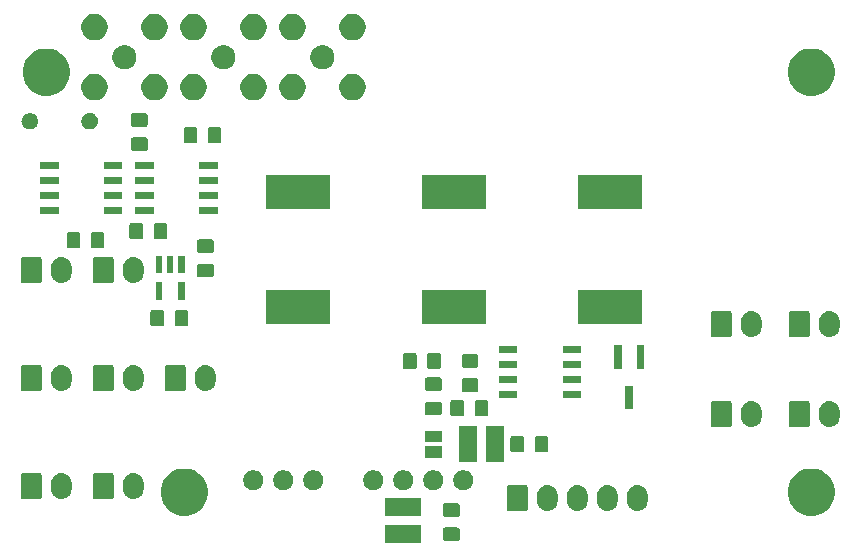
<source format=gbr>
G04 #@! TF.GenerationSoftware,KiCad,Pcbnew,5.0.1*
G04 #@! TF.CreationDate,2019-02-21T21:56:02-06:00*
G04 #@! TF.ProjectId,PowerRDP,506F7765725244502E6B696361645F70,2*
G04 #@! TF.SameCoordinates,Original*
G04 #@! TF.FileFunction,Soldermask,Bot*
G04 #@! TF.FilePolarity,Negative*
%FSLAX46Y46*%
G04 Gerber Fmt 4.6, Leading zero omitted, Abs format (unit mm)*
G04 Created by KiCad (PCBNEW 5.0.1) date Thu 21 Feb 2019 09:56:02 PM CST*
%MOMM*%
%LPD*%
G01*
G04 APERTURE LIST*
%ADD10C,0.100000*%
G04 APERTURE END LIST*
D10*
G36*
X119381000Y-90676000D02*
X116331000Y-90676000D01*
X116331000Y-89156000D01*
X119381000Y-89156000D01*
X119381000Y-90676000D01*
X119381000Y-90676000D01*
G37*
G36*
X122475522Y-89354039D02*
X122509053Y-89364211D01*
X122539960Y-89380731D01*
X122567043Y-89402957D01*
X122589269Y-89430040D01*
X122605789Y-89460947D01*
X122615961Y-89494478D01*
X122620000Y-89535487D01*
X122620000Y-90314513D01*
X122615961Y-90355522D01*
X122605789Y-90389053D01*
X122589269Y-90419960D01*
X122567043Y-90447043D01*
X122539960Y-90469269D01*
X122509053Y-90485789D01*
X122475522Y-90495961D01*
X122434513Y-90500000D01*
X121405487Y-90500000D01*
X121364478Y-90495961D01*
X121330947Y-90485789D01*
X121300040Y-90469269D01*
X121272957Y-90447043D01*
X121250731Y-90419960D01*
X121234211Y-90389053D01*
X121224039Y-90355522D01*
X121220000Y-90314513D01*
X121220000Y-89535487D01*
X121224039Y-89494478D01*
X121234211Y-89460947D01*
X121250731Y-89430040D01*
X121272957Y-89402957D01*
X121300040Y-89380731D01*
X121330947Y-89364211D01*
X121364478Y-89354039D01*
X121405487Y-89350000D01*
X122434513Y-89350000D01*
X122475522Y-89354039D01*
X122475522Y-89354039D01*
G37*
G36*
X122475522Y-87304039D02*
X122509053Y-87314211D01*
X122539960Y-87330731D01*
X122567043Y-87352957D01*
X122589269Y-87380040D01*
X122605789Y-87410947D01*
X122615961Y-87444478D01*
X122620000Y-87485487D01*
X122620000Y-88264513D01*
X122615961Y-88305522D01*
X122605789Y-88339053D01*
X122589269Y-88369960D01*
X122567043Y-88397043D01*
X122539960Y-88419269D01*
X122509053Y-88435789D01*
X122475522Y-88445961D01*
X122434513Y-88450000D01*
X121405487Y-88450000D01*
X121364478Y-88445961D01*
X121330947Y-88435789D01*
X121300040Y-88419269D01*
X121272957Y-88397043D01*
X121250731Y-88369960D01*
X121234211Y-88339053D01*
X121224039Y-88305522D01*
X121220000Y-88264513D01*
X121220000Y-87485487D01*
X121224039Y-87444478D01*
X121234211Y-87410947D01*
X121250731Y-87380040D01*
X121272957Y-87352957D01*
X121300040Y-87330731D01*
X121330947Y-87314211D01*
X121364478Y-87304039D01*
X121405487Y-87300000D01*
X122434513Y-87300000D01*
X122475522Y-87304039D01*
X122475522Y-87304039D01*
G37*
G36*
X119381000Y-88386000D02*
X116331000Y-88386000D01*
X116331000Y-86866000D01*
X119381000Y-86866000D01*
X119381000Y-88386000D01*
X119381000Y-88386000D01*
G37*
G36*
X99897378Y-84436859D02*
X100261354Y-84587622D01*
X100588929Y-84806501D01*
X100867499Y-85085071D01*
X101086378Y-85412646D01*
X101237141Y-85776622D01*
X101314000Y-86163016D01*
X101314000Y-86556984D01*
X101237141Y-86943378D01*
X101086378Y-87307354D01*
X100867499Y-87634929D01*
X100588929Y-87913499D01*
X100261354Y-88132378D01*
X99897378Y-88283141D01*
X99510984Y-88360000D01*
X99117016Y-88360000D01*
X98730622Y-88283141D01*
X98366646Y-88132378D01*
X98039071Y-87913499D01*
X97760501Y-87634929D01*
X97541622Y-87307354D01*
X97390859Y-86943378D01*
X97314000Y-86556984D01*
X97314000Y-86163016D01*
X97390859Y-85776622D01*
X97541622Y-85412646D01*
X97760501Y-85085071D01*
X98039071Y-84806501D01*
X98366646Y-84587622D01*
X98730622Y-84436859D01*
X99117016Y-84360000D01*
X99510984Y-84360000D01*
X99897378Y-84436859D01*
X99897378Y-84436859D01*
G37*
G36*
X152983378Y-84436859D02*
X153347354Y-84587622D01*
X153674929Y-84806501D01*
X153953499Y-85085071D01*
X154172378Y-85412646D01*
X154323141Y-85776622D01*
X154400000Y-86163016D01*
X154400000Y-86556984D01*
X154323141Y-86943378D01*
X154172378Y-87307354D01*
X153953499Y-87634929D01*
X153674929Y-87913499D01*
X153347354Y-88132378D01*
X152983378Y-88283141D01*
X152596984Y-88360000D01*
X152203016Y-88360000D01*
X151816622Y-88283141D01*
X151452646Y-88132378D01*
X151125071Y-87913499D01*
X150846501Y-87634929D01*
X150627622Y-87307354D01*
X150476859Y-86943378D01*
X150400000Y-86556984D01*
X150400000Y-86163016D01*
X150476859Y-85776622D01*
X150627622Y-85412646D01*
X150846501Y-85085071D01*
X151125071Y-84806501D01*
X151452646Y-84587622D01*
X151816622Y-84436859D01*
X152203016Y-84360000D01*
X152596984Y-84360000D01*
X152983378Y-84436859D01*
X152983378Y-84436859D01*
G37*
G36*
X137838545Y-85780588D02*
X137838548Y-85780589D01*
X137838549Y-85780589D01*
X138002544Y-85830336D01*
X138002546Y-85830337D01*
X138002549Y-85830338D01*
X138153685Y-85911121D01*
X138286159Y-86019841D01*
X138394878Y-86152314D01*
X138448453Y-86252547D01*
X138475664Y-86303455D01*
X138509970Y-86416547D01*
X138525412Y-86467454D01*
X138538000Y-86595262D01*
X138538000Y-87140737D01*
X138525412Y-87268547D01*
X138475664Y-87432546D01*
X138394878Y-87583686D01*
X138286159Y-87716159D01*
X138153686Y-87824878D01*
X138022913Y-87894777D01*
X138002545Y-87905664D01*
X137838550Y-87955411D01*
X137838549Y-87955411D01*
X137838546Y-87955412D01*
X137668000Y-87972209D01*
X137497455Y-87955412D01*
X137497452Y-87955411D01*
X137497451Y-87955411D01*
X137333456Y-87905664D01*
X137313088Y-87894777D01*
X137182315Y-87824878D01*
X137049842Y-87716159D01*
X136941123Y-87583686D01*
X136860337Y-87432547D01*
X136853785Y-87410947D01*
X136810589Y-87268550D01*
X136810589Y-87268549D01*
X136810588Y-87268546D01*
X136798000Y-87140738D01*
X136798000Y-86595263D01*
X136810588Y-86467455D01*
X136810589Y-86467451D01*
X136860336Y-86303456D01*
X136860337Y-86303454D01*
X136860338Y-86303451D01*
X136941121Y-86152315D01*
X137049841Y-86019841D01*
X137182314Y-85911122D01*
X137333453Y-85830337D01*
X137333455Y-85830336D01*
X137497450Y-85780589D01*
X137497451Y-85780589D01*
X137497454Y-85780588D01*
X137668000Y-85763791D01*
X137838545Y-85780588D01*
X137838545Y-85780588D01*
G37*
G36*
X135298545Y-85780588D02*
X135298548Y-85780589D01*
X135298549Y-85780589D01*
X135462544Y-85830336D01*
X135462546Y-85830337D01*
X135462549Y-85830338D01*
X135613685Y-85911121D01*
X135746159Y-86019841D01*
X135854878Y-86152314D01*
X135908453Y-86252547D01*
X135935664Y-86303455D01*
X135969970Y-86416547D01*
X135985412Y-86467454D01*
X135998000Y-86595262D01*
X135998000Y-87140737D01*
X135985412Y-87268547D01*
X135935664Y-87432546D01*
X135854878Y-87583686D01*
X135746159Y-87716159D01*
X135613686Y-87824878D01*
X135482913Y-87894777D01*
X135462545Y-87905664D01*
X135298550Y-87955411D01*
X135298549Y-87955411D01*
X135298546Y-87955412D01*
X135128000Y-87972209D01*
X134957455Y-87955412D01*
X134957452Y-87955411D01*
X134957451Y-87955411D01*
X134793456Y-87905664D01*
X134773088Y-87894777D01*
X134642315Y-87824878D01*
X134509842Y-87716159D01*
X134401123Y-87583686D01*
X134320337Y-87432547D01*
X134313785Y-87410947D01*
X134270589Y-87268550D01*
X134270589Y-87268549D01*
X134270588Y-87268546D01*
X134258000Y-87140738D01*
X134258000Y-86595263D01*
X134270588Y-86467455D01*
X134270589Y-86467451D01*
X134320336Y-86303456D01*
X134320337Y-86303454D01*
X134320338Y-86303451D01*
X134401121Y-86152315D01*
X134509841Y-86019841D01*
X134642314Y-85911122D01*
X134793453Y-85830337D01*
X134793455Y-85830336D01*
X134957450Y-85780589D01*
X134957451Y-85780589D01*
X134957454Y-85780588D01*
X135128000Y-85763791D01*
X135298545Y-85780588D01*
X135298545Y-85780588D01*
G37*
G36*
X132758545Y-85780588D02*
X132758548Y-85780589D01*
X132758549Y-85780589D01*
X132922544Y-85830336D01*
X132922546Y-85830337D01*
X132922549Y-85830338D01*
X133073685Y-85911121D01*
X133206159Y-86019841D01*
X133314878Y-86152314D01*
X133368453Y-86252547D01*
X133395664Y-86303455D01*
X133429970Y-86416547D01*
X133445412Y-86467454D01*
X133458000Y-86595262D01*
X133458000Y-87140737D01*
X133445412Y-87268547D01*
X133395664Y-87432546D01*
X133314878Y-87583686D01*
X133206159Y-87716159D01*
X133073686Y-87824878D01*
X132942913Y-87894777D01*
X132922545Y-87905664D01*
X132758550Y-87955411D01*
X132758549Y-87955411D01*
X132758546Y-87955412D01*
X132588000Y-87972209D01*
X132417455Y-87955412D01*
X132417452Y-87955411D01*
X132417451Y-87955411D01*
X132253456Y-87905664D01*
X132233088Y-87894777D01*
X132102315Y-87824878D01*
X131969842Y-87716159D01*
X131861123Y-87583686D01*
X131780337Y-87432547D01*
X131773785Y-87410947D01*
X131730589Y-87268550D01*
X131730589Y-87268549D01*
X131730588Y-87268546D01*
X131718000Y-87140738D01*
X131718000Y-86595263D01*
X131730588Y-86467455D01*
X131730589Y-86467451D01*
X131780336Y-86303456D01*
X131780337Y-86303454D01*
X131780338Y-86303451D01*
X131861121Y-86152315D01*
X131969841Y-86019841D01*
X132102314Y-85911122D01*
X132253453Y-85830337D01*
X132253455Y-85830336D01*
X132417450Y-85780589D01*
X132417451Y-85780589D01*
X132417454Y-85780588D01*
X132588000Y-85763791D01*
X132758545Y-85780588D01*
X132758545Y-85780588D01*
G37*
G36*
X130218545Y-85780588D02*
X130218548Y-85780589D01*
X130218549Y-85780589D01*
X130382544Y-85830336D01*
X130382546Y-85830337D01*
X130382549Y-85830338D01*
X130533685Y-85911121D01*
X130666159Y-86019841D01*
X130774878Y-86152314D01*
X130828453Y-86252547D01*
X130855664Y-86303455D01*
X130889970Y-86416547D01*
X130905412Y-86467454D01*
X130918000Y-86595262D01*
X130918000Y-87140737D01*
X130905412Y-87268547D01*
X130855664Y-87432546D01*
X130774878Y-87583686D01*
X130666159Y-87716159D01*
X130533686Y-87824878D01*
X130402913Y-87894777D01*
X130382545Y-87905664D01*
X130218550Y-87955411D01*
X130218549Y-87955411D01*
X130218546Y-87955412D01*
X130048000Y-87972209D01*
X129877455Y-87955412D01*
X129877452Y-87955411D01*
X129877451Y-87955411D01*
X129713456Y-87905664D01*
X129693088Y-87894777D01*
X129562315Y-87824878D01*
X129429842Y-87716159D01*
X129321123Y-87583686D01*
X129240337Y-87432547D01*
X129233785Y-87410947D01*
X129190589Y-87268550D01*
X129190589Y-87268549D01*
X129190588Y-87268546D01*
X129178000Y-87140738D01*
X129178000Y-86595263D01*
X129190588Y-86467455D01*
X129190589Y-86467451D01*
X129240336Y-86303456D01*
X129240337Y-86303454D01*
X129240338Y-86303451D01*
X129321121Y-86152315D01*
X129429841Y-86019841D01*
X129562314Y-85911122D01*
X129713453Y-85830337D01*
X129713455Y-85830336D01*
X129877450Y-85780589D01*
X129877451Y-85780589D01*
X129877454Y-85780588D01*
X130048000Y-85763791D01*
X130218545Y-85780588D01*
X130218545Y-85780588D01*
G37*
G36*
X128248355Y-85771685D02*
X128278431Y-85780808D01*
X128306145Y-85795622D01*
X128330440Y-85815560D01*
X128350378Y-85839855D01*
X128365192Y-85867569D01*
X128374315Y-85897645D01*
X128378000Y-85935059D01*
X128378000Y-87800941D01*
X128374315Y-87838355D01*
X128365192Y-87868431D01*
X128350378Y-87896145D01*
X128330440Y-87920440D01*
X128306145Y-87940378D01*
X128278431Y-87955192D01*
X128248355Y-87964315D01*
X128210941Y-87968000D01*
X126805059Y-87968000D01*
X126767645Y-87964315D01*
X126737569Y-87955192D01*
X126709855Y-87940378D01*
X126685560Y-87920440D01*
X126665622Y-87896145D01*
X126650808Y-87868431D01*
X126641685Y-87838355D01*
X126638000Y-87800941D01*
X126638000Y-85935059D01*
X126641685Y-85897645D01*
X126650808Y-85867569D01*
X126665622Y-85839855D01*
X126685560Y-85815560D01*
X126709855Y-85795622D01*
X126737569Y-85780808D01*
X126767645Y-85771685D01*
X126805059Y-85768000D01*
X128210941Y-85768000D01*
X128248355Y-85771685D01*
X128248355Y-85771685D01*
G37*
G36*
X89070545Y-84764588D02*
X89070548Y-84764589D01*
X89070549Y-84764589D01*
X89234544Y-84814336D01*
X89234546Y-84814337D01*
X89234549Y-84814338D01*
X89385685Y-84895121D01*
X89518159Y-85003841D01*
X89626878Y-85136314D01*
X89693139Y-85260281D01*
X89707664Y-85287455D01*
X89745640Y-85412646D01*
X89757412Y-85451454D01*
X89770000Y-85579262D01*
X89770000Y-86124737D01*
X89757412Y-86252547D01*
X89707664Y-86416546D01*
X89626878Y-86567686D01*
X89518159Y-86700159D01*
X89385686Y-86808878D01*
X89254913Y-86878777D01*
X89234545Y-86889664D01*
X89070550Y-86939411D01*
X89070549Y-86939411D01*
X89070546Y-86939412D01*
X88900000Y-86956209D01*
X88729455Y-86939412D01*
X88729452Y-86939411D01*
X88729451Y-86939411D01*
X88565456Y-86889664D01*
X88545088Y-86878777D01*
X88414315Y-86808878D01*
X88281842Y-86700159D01*
X88173123Y-86567686D01*
X88092337Y-86416547D01*
X88042588Y-86252546D01*
X88030000Y-86124738D01*
X88030000Y-85579263D01*
X88042588Y-85451455D01*
X88042589Y-85451451D01*
X88092336Y-85287456D01*
X88092337Y-85287454D01*
X88092338Y-85287451D01*
X88173121Y-85136315D01*
X88281841Y-85003841D01*
X88414314Y-84895122D01*
X88565453Y-84814337D01*
X88565455Y-84814336D01*
X88729450Y-84764589D01*
X88729451Y-84764589D01*
X88729454Y-84764588D01*
X88900000Y-84747791D01*
X89070545Y-84764588D01*
X89070545Y-84764588D01*
G37*
G36*
X95166545Y-84764588D02*
X95166548Y-84764589D01*
X95166549Y-84764589D01*
X95330544Y-84814336D01*
X95330546Y-84814337D01*
X95330549Y-84814338D01*
X95481685Y-84895121D01*
X95614159Y-85003841D01*
X95722878Y-85136314D01*
X95789139Y-85260281D01*
X95803664Y-85287455D01*
X95841640Y-85412646D01*
X95853412Y-85451454D01*
X95866000Y-85579262D01*
X95866000Y-86124737D01*
X95853412Y-86252547D01*
X95803664Y-86416546D01*
X95722878Y-86567686D01*
X95614159Y-86700159D01*
X95481686Y-86808878D01*
X95350913Y-86878777D01*
X95330545Y-86889664D01*
X95166550Y-86939411D01*
X95166549Y-86939411D01*
X95166546Y-86939412D01*
X94996000Y-86956209D01*
X94825455Y-86939412D01*
X94825452Y-86939411D01*
X94825451Y-86939411D01*
X94661456Y-86889664D01*
X94641088Y-86878777D01*
X94510315Y-86808878D01*
X94377842Y-86700159D01*
X94269123Y-86567686D01*
X94188337Y-86416547D01*
X94138588Y-86252546D01*
X94126000Y-86124738D01*
X94126000Y-85579263D01*
X94138588Y-85451455D01*
X94138589Y-85451451D01*
X94188336Y-85287456D01*
X94188337Y-85287454D01*
X94188338Y-85287451D01*
X94269121Y-85136315D01*
X94377841Y-85003841D01*
X94510314Y-84895122D01*
X94661453Y-84814337D01*
X94661455Y-84814336D01*
X94825450Y-84764589D01*
X94825451Y-84764589D01*
X94825454Y-84764588D01*
X94996000Y-84747791D01*
X95166545Y-84764588D01*
X95166545Y-84764588D01*
G37*
G36*
X87100355Y-84755685D02*
X87130431Y-84764808D01*
X87158145Y-84779622D01*
X87182440Y-84799560D01*
X87202378Y-84823855D01*
X87217192Y-84851569D01*
X87226315Y-84881645D01*
X87230000Y-84919059D01*
X87230000Y-86784941D01*
X87226315Y-86822355D01*
X87217192Y-86852431D01*
X87202378Y-86880145D01*
X87182440Y-86904440D01*
X87158145Y-86924378D01*
X87130431Y-86939192D01*
X87100355Y-86948315D01*
X87062941Y-86952000D01*
X85657059Y-86952000D01*
X85619645Y-86948315D01*
X85589569Y-86939192D01*
X85561855Y-86924378D01*
X85537560Y-86904440D01*
X85517622Y-86880145D01*
X85502808Y-86852431D01*
X85493685Y-86822355D01*
X85490000Y-86784941D01*
X85490000Y-84919059D01*
X85493685Y-84881645D01*
X85502808Y-84851569D01*
X85517622Y-84823855D01*
X85537560Y-84799560D01*
X85561855Y-84779622D01*
X85589569Y-84764808D01*
X85619645Y-84755685D01*
X85657059Y-84752000D01*
X87062941Y-84752000D01*
X87100355Y-84755685D01*
X87100355Y-84755685D01*
G37*
G36*
X93196355Y-84755685D02*
X93226431Y-84764808D01*
X93254145Y-84779622D01*
X93278440Y-84799560D01*
X93298378Y-84823855D01*
X93313192Y-84851569D01*
X93322315Y-84881645D01*
X93326000Y-84919059D01*
X93326000Y-86784941D01*
X93322315Y-86822355D01*
X93313192Y-86852431D01*
X93298378Y-86880145D01*
X93278440Y-86904440D01*
X93254145Y-86924378D01*
X93226431Y-86939192D01*
X93196355Y-86948315D01*
X93158941Y-86952000D01*
X91753059Y-86952000D01*
X91715645Y-86948315D01*
X91685569Y-86939192D01*
X91657855Y-86924378D01*
X91633560Y-86904440D01*
X91613622Y-86880145D01*
X91598808Y-86852431D01*
X91589685Y-86822355D01*
X91586000Y-86784941D01*
X91586000Y-84919059D01*
X91589685Y-84881645D01*
X91598808Y-84851569D01*
X91613622Y-84823855D01*
X91633560Y-84799560D01*
X91657855Y-84779622D01*
X91685569Y-84764808D01*
X91715645Y-84755685D01*
X91753059Y-84752000D01*
X93158941Y-84752000D01*
X93196355Y-84755685D01*
X93196355Y-84755685D01*
G37*
G36*
X115563934Y-84526664D02*
X115718627Y-84590740D01*
X115857847Y-84683764D01*
X115976236Y-84802153D01*
X116069260Y-84941373D01*
X116133336Y-85096066D01*
X116166000Y-85260281D01*
X116166000Y-85427719D01*
X116133336Y-85591934D01*
X116069260Y-85746627D01*
X115976236Y-85885847D01*
X115857847Y-86004236D01*
X115718627Y-86097260D01*
X115563934Y-86161336D01*
X115399719Y-86194000D01*
X115232281Y-86194000D01*
X115068066Y-86161336D01*
X114913373Y-86097260D01*
X114774153Y-86004236D01*
X114655764Y-85885847D01*
X114562740Y-85746627D01*
X114498664Y-85591934D01*
X114466000Y-85427719D01*
X114466000Y-85260281D01*
X114498664Y-85096066D01*
X114562740Y-84941373D01*
X114655764Y-84802153D01*
X114774153Y-84683764D01*
X114913373Y-84590740D01*
X115068066Y-84526664D01*
X115232281Y-84494000D01*
X115399719Y-84494000D01*
X115563934Y-84526664D01*
X115563934Y-84526664D01*
G37*
G36*
X107943934Y-84526664D02*
X108098627Y-84590740D01*
X108237847Y-84683764D01*
X108356236Y-84802153D01*
X108449260Y-84941373D01*
X108513336Y-85096066D01*
X108546000Y-85260281D01*
X108546000Y-85427719D01*
X108513336Y-85591934D01*
X108449260Y-85746627D01*
X108356236Y-85885847D01*
X108237847Y-86004236D01*
X108098627Y-86097260D01*
X107943934Y-86161336D01*
X107779719Y-86194000D01*
X107612281Y-86194000D01*
X107448066Y-86161336D01*
X107293373Y-86097260D01*
X107154153Y-86004236D01*
X107035764Y-85885847D01*
X106942740Y-85746627D01*
X106878664Y-85591934D01*
X106846000Y-85427719D01*
X106846000Y-85260281D01*
X106878664Y-85096066D01*
X106942740Y-84941373D01*
X107035764Y-84802153D01*
X107154153Y-84683764D01*
X107293373Y-84590740D01*
X107448066Y-84526664D01*
X107612281Y-84494000D01*
X107779719Y-84494000D01*
X107943934Y-84526664D01*
X107943934Y-84526664D01*
G37*
G36*
X123183934Y-84526664D02*
X123338627Y-84590740D01*
X123477847Y-84683764D01*
X123596236Y-84802153D01*
X123689260Y-84941373D01*
X123753336Y-85096066D01*
X123786000Y-85260281D01*
X123786000Y-85427719D01*
X123753336Y-85591934D01*
X123689260Y-85746627D01*
X123596236Y-85885847D01*
X123477847Y-86004236D01*
X123338627Y-86097260D01*
X123183934Y-86161336D01*
X123019719Y-86194000D01*
X122852281Y-86194000D01*
X122688066Y-86161336D01*
X122533373Y-86097260D01*
X122394153Y-86004236D01*
X122275764Y-85885847D01*
X122182740Y-85746627D01*
X122118664Y-85591934D01*
X122086000Y-85427719D01*
X122086000Y-85260281D01*
X122118664Y-85096066D01*
X122182740Y-84941373D01*
X122275764Y-84802153D01*
X122394153Y-84683764D01*
X122533373Y-84590740D01*
X122688066Y-84526664D01*
X122852281Y-84494000D01*
X123019719Y-84494000D01*
X123183934Y-84526664D01*
X123183934Y-84526664D01*
G37*
G36*
X118103934Y-84526664D02*
X118258627Y-84590740D01*
X118397847Y-84683764D01*
X118516236Y-84802153D01*
X118609260Y-84941373D01*
X118673336Y-85096066D01*
X118706000Y-85260281D01*
X118706000Y-85427719D01*
X118673336Y-85591934D01*
X118609260Y-85746627D01*
X118516236Y-85885847D01*
X118397847Y-86004236D01*
X118258627Y-86097260D01*
X118103934Y-86161336D01*
X117939719Y-86194000D01*
X117772281Y-86194000D01*
X117608066Y-86161336D01*
X117453373Y-86097260D01*
X117314153Y-86004236D01*
X117195764Y-85885847D01*
X117102740Y-85746627D01*
X117038664Y-85591934D01*
X117006000Y-85427719D01*
X117006000Y-85260281D01*
X117038664Y-85096066D01*
X117102740Y-84941373D01*
X117195764Y-84802153D01*
X117314153Y-84683764D01*
X117453373Y-84590740D01*
X117608066Y-84526664D01*
X117772281Y-84494000D01*
X117939719Y-84494000D01*
X118103934Y-84526664D01*
X118103934Y-84526664D01*
G37*
G36*
X110483934Y-84526664D02*
X110638627Y-84590740D01*
X110777847Y-84683764D01*
X110896236Y-84802153D01*
X110989260Y-84941373D01*
X111053336Y-85096066D01*
X111086000Y-85260281D01*
X111086000Y-85427719D01*
X111053336Y-85591934D01*
X110989260Y-85746627D01*
X110896236Y-85885847D01*
X110777847Y-86004236D01*
X110638627Y-86097260D01*
X110483934Y-86161336D01*
X110319719Y-86194000D01*
X110152281Y-86194000D01*
X109988066Y-86161336D01*
X109833373Y-86097260D01*
X109694153Y-86004236D01*
X109575764Y-85885847D01*
X109482740Y-85746627D01*
X109418664Y-85591934D01*
X109386000Y-85427719D01*
X109386000Y-85260281D01*
X109418664Y-85096066D01*
X109482740Y-84941373D01*
X109575764Y-84802153D01*
X109694153Y-84683764D01*
X109833373Y-84590740D01*
X109988066Y-84526664D01*
X110152281Y-84494000D01*
X110319719Y-84494000D01*
X110483934Y-84526664D01*
X110483934Y-84526664D01*
G37*
G36*
X105403934Y-84526664D02*
X105558627Y-84590740D01*
X105697847Y-84683764D01*
X105816236Y-84802153D01*
X105909260Y-84941373D01*
X105973336Y-85096066D01*
X106006000Y-85260281D01*
X106006000Y-85427719D01*
X105973336Y-85591934D01*
X105909260Y-85746627D01*
X105816236Y-85885847D01*
X105697847Y-86004236D01*
X105558627Y-86097260D01*
X105403934Y-86161336D01*
X105239719Y-86194000D01*
X105072281Y-86194000D01*
X104908066Y-86161336D01*
X104753373Y-86097260D01*
X104614153Y-86004236D01*
X104495764Y-85885847D01*
X104402740Y-85746627D01*
X104338664Y-85591934D01*
X104306000Y-85427719D01*
X104306000Y-85260281D01*
X104338664Y-85096066D01*
X104402740Y-84941373D01*
X104495764Y-84802153D01*
X104614153Y-84683764D01*
X104753373Y-84590740D01*
X104908066Y-84526664D01*
X105072281Y-84494000D01*
X105239719Y-84494000D01*
X105403934Y-84526664D01*
X105403934Y-84526664D01*
G37*
G36*
X120643934Y-84526664D02*
X120798627Y-84590740D01*
X120937847Y-84683764D01*
X121056236Y-84802153D01*
X121149260Y-84941373D01*
X121213336Y-85096066D01*
X121246000Y-85260281D01*
X121246000Y-85427719D01*
X121213336Y-85591934D01*
X121149260Y-85746627D01*
X121056236Y-85885847D01*
X120937847Y-86004236D01*
X120798627Y-86097260D01*
X120643934Y-86161336D01*
X120479719Y-86194000D01*
X120312281Y-86194000D01*
X120148066Y-86161336D01*
X119993373Y-86097260D01*
X119854153Y-86004236D01*
X119735764Y-85885847D01*
X119642740Y-85746627D01*
X119578664Y-85591934D01*
X119546000Y-85427719D01*
X119546000Y-85260281D01*
X119578664Y-85096066D01*
X119642740Y-84941373D01*
X119735764Y-84802153D01*
X119854153Y-84683764D01*
X119993373Y-84590740D01*
X120148066Y-84526664D01*
X120312281Y-84494000D01*
X120479719Y-84494000D01*
X120643934Y-84526664D01*
X120643934Y-84526664D01*
G37*
G36*
X126365000Y-83821000D02*
X124845000Y-83821000D01*
X124845000Y-80771000D01*
X126365000Y-80771000D01*
X126365000Y-83821000D01*
X126365000Y-83821000D01*
G37*
G36*
X124075000Y-83821000D02*
X122555000Y-83821000D01*
X122555000Y-80771000D01*
X124075000Y-80771000D01*
X124075000Y-83821000D01*
X124075000Y-83821000D01*
G37*
G36*
X121146000Y-83446000D02*
X119646000Y-83446000D01*
X119646000Y-82446000D01*
X121146000Y-82446000D01*
X121146000Y-83446000D01*
X121146000Y-83446000D01*
G37*
G36*
X129970522Y-81600039D02*
X130004053Y-81610211D01*
X130034960Y-81626731D01*
X130062043Y-81648957D01*
X130084269Y-81676040D01*
X130100789Y-81706947D01*
X130110961Y-81740478D01*
X130115000Y-81781487D01*
X130115000Y-82810513D01*
X130110961Y-82851522D01*
X130100789Y-82885053D01*
X130084269Y-82915960D01*
X130062043Y-82943043D01*
X130034960Y-82965269D01*
X130004053Y-82981789D01*
X129970522Y-82991961D01*
X129929513Y-82996000D01*
X129150487Y-82996000D01*
X129109478Y-82991961D01*
X129075947Y-82981789D01*
X129045040Y-82965269D01*
X129017957Y-82943043D01*
X128995731Y-82915960D01*
X128979211Y-82885053D01*
X128969039Y-82851522D01*
X128965000Y-82810513D01*
X128965000Y-81781487D01*
X128969039Y-81740478D01*
X128979211Y-81706947D01*
X128995731Y-81676040D01*
X129017957Y-81648957D01*
X129045040Y-81626731D01*
X129075947Y-81610211D01*
X129109478Y-81600039D01*
X129150487Y-81596000D01*
X129929513Y-81596000D01*
X129970522Y-81600039D01*
X129970522Y-81600039D01*
G37*
G36*
X127920522Y-81600039D02*
X127954053Y-81610211D01*
X127984960Y-81626731D01*
X128012043Y-81648957D01*
X128034269Y-81676040D01*
X128050789Y-81706947D01*
X128060961Y-81740478D01*
X128065000Y-81781487D01*
X128065000Y-82810513D01*
X128060961Y-82851522D01*
X128050789Y-82885053D01*
X128034269Y-82915960D01*
X128012043Y-82943043D01*
X127984960Y-82965269D01*
X127954053Y-82981789D01*
X127920522Y-82991961D01*
X127879513Y-82996000D01*
X127100487Y-82996000D01*
X127059478Y-82991961D01*
X127025947Y-82981789D01*
X126995040Y-82965269D01*
X126967957Y-82943043D01*
X126945731Y-82915960D01*
X126929211Y-82885053D01*
X126919039Y-82851522D01*
X126915000Y-82810513D01*
X126915000Y-81781487D01*
X126919039Y-81740478D01*
X126929211Y-81706947D01*
X126945731Y-81676040D01*
X126967957Y-81648957D01*
X126995040Y-81626731D01*
X127025947Y-81610211D01*
X127059478Y-81600039D01*
X127100487Y-81596000D01*
X127879513Y-81596000D01*
X127920522Y-81600039D01*
X127920522Y-81600039D01*
G37*
G36*
X121146000Y-82146000D02*
X119646000Y-82146000D01*
X119646000Y-81146000D01*
X121146000Y-81146000D01*
X121146000Y-82146000D01*
X121146000Y-82146000D01*
G37*
G36*
X154094545Y-78668588D02*
X154094548Y-78668589D01*
X154094549Y-78668589D01*
X154258544Y-78718336D01*
X154258546Y-78718337D01*
X154258549Y-78718338D01*
X154409685Y-78799121D01*
X154542159Y-78907841D01*
X154650878Y-79040314D01*
X154731663Y-79191453D01*
X154781412Y-79355454D01*
X154794000Y-79483262D01*
X154794000Y-80028737D01*
X154781412Y-80156547D01*
X154731664Y-80320546D01*
X154650878Y-80471686D01*
X154542159Y-80604159D01*
X154409686Y-80712878D01*
X154278913Y-80782777D01*
X154258545Y-80793664D01*
X154094550Y-80843411D01*
X154094549Y-80843411D01*
X154094546Y-80843412D01*
X153924000Y-80860209D01*
X153753455Y-80843412D01*
X153753452Y-80843411D01*
X153753451Y-80843411D01*
X153589456Y-80793664D01*
X153569088Y-80782777D01*
X153438315Y-80712878D01*
X153305842Y-80604159D01*
X153197123Y-80471686D01*
X153116337Y-80320547D01*
X153066588Y-80156546D01*
X153054000Y-80028738D01*
X153054000Y-79483263D01*
X153066588Y-79355455D01*
X153066589Y-79355451D01*
X153116336Y-79191456D01*
X153116337Y-79191454D01*
X153116338Y-79191451D01*
X153197121Y-79040315D01*
X153305841Y-78907841D01*
X153438314Y-78799122D01*
X153589453Y-78718337D01*
X153589455Y-78718336D01*
X153753450Y-78668589D01*
X153753451Y-78668589D01*
X153753454Y-78668588D01*
X153924000Y-78651791D01*
X154094545Y-78668588D01*
X154094545Y-78668588D01*
G37*
G36*
X147490545Y-78668588D02*
X147490548Y-78668589D01*
X147490549Y-78668589D01*
X147654544Y-78718336D01*
X147654546Y-78718337D01*
X147654549Y-78718338D01*
X147805685Y-78799121D01*
X147938159Y-78907841D01*
X148046878Y-79040314D01*
X148127663Y-79191453D01*
X148177412Y-79355454D01*
X148190000Y-79483262D01*
X148190000Y-80028737D01*
X148177412Y-80156547D01*
X148127664Y-80320546D01*
X148046878Y-80471686D01*
X147938159Y-80604159D01*
X147805686Y-80712878D01*
X147674913Y-80782777D01*
X147654545Y-80793664D01*
X147490550Y-80843411D01*
X147490549Y-80843411D01*
X147490546Y-80843412D01*
X147320000Y-80860209D01*
X147149455Y-80843412D01*
X147149452Y-80843411D01*
X147149451Y-80843411D01*
X146985456Y-80793664D01*
X146965088Y-80782777D01*
X146834315Y-80712878D01*
X146701842Y-80604159D01*
X146593123Y-80471686D01*
X146512337Y-80320547D01*
X146462588Y-80156546D01*
X146450000Y-80028738D01*
X146450000Y-79483263D01*
X146462588Y-79355455D01*
X146462589Y-79355451D01*
X146512336Y-79191456D01*
X146512337Y-79191454D01*
X146512338Y-79191451D01*
X146593121Y-79040315D01*
X146701841Y-78907841D01*
X146834314Y-78799122D01*
X146985453Y-78718337D01*
X146985455Y-78718336D01*
X147149450Y-78668589D01*
X147149451Y-78668589D01*
X147149454Y-78668588D01*
X147320000Y-78651791D01*
X147490545Y-78668588D01*
X147490545Y-78668588D01*
G37*
G36*
X145520355Y-78659685D02*
X145550431Y-78668808D01*
X145578145Y-78683622D01*
X145602440Y-78703560D01*
X145622378Y-78727855D01*
X145637192Y-78755569D01*
X145646315Y-78785645D01*
X145650000Y-78823059D01*
X145650000Y-80688941D01*
X145646315Y-80726355D01*
X145637192Y-80756431D01*
X145622378Y-80784145D01*
X145602440Y-80808440D01*
X145578145Y-80828378D01*
X145550431Y-80843192D01*
X145520355Y-80852315D01*
X145482941Y-80856000D01*
X144077059Y-80856000D01*
X144039645Y-80852315D01*
X144009569Y-80843192D01*
X143981855Y-80828378D01*
X143957560Y-80808440D01*
X143937622Y-80784145D01*
X143922808Y-80756431D01*
X143913685Y-80726355D01*
X143910000Y-80688941D01*
X143910000Y-78823059D01*
X143913685Y-78785645D01*
X143922808Y-78755569D01*
X143937622Y-78727855D01*
X143957560Y-78703560D01*
X143981855Y-78683622D01*
X144009569Y-78668808D01*
X144039645Y-78659685D01*
X144077059Y-78656000D01*
X145482941Y-78656000D01*
X145520355Y-78659685D01*
X145520355Y-78659685D01*
G37*
G36*
X152124355Y-78659685D02*
X152154431Y-78668808D01*
X152182145Y-78683622D01*
X152206440Y-78703560D01*
X152226378Y-78727855D01*
X152241192Y-78755569D01*
X152250315Y-78785645D01*
X152254000Y-78823059D01*
X152254000Y-80688941D01*
X152250315Y-80726355D01*
X152241192Y-80756431D01*
X152226378Y-80784145D01*
X152206440Y-80808440D01*
X152182145Y-80828378D01*
X152154431Y-80843192D01*
X152124355Y-80852315D01*
X152086941Y-80856000D01*
X150681059Y-80856000D01*
X150643645Y-80852315D01*
X150613569Y-80843192D01*
X150585855Y-80828378D01*
X150561560Y-80808440D01*
X150541622Y-80784145D01*
X150526808Y-80756431D01*
X150517685Y-80726355D01*
X150514000Y-80688941D01*
X150514000Y-78823059D01*
X150517685Y-78785645D01*
X150526808Y-78755569D01*
X150541622Y-78727855D01*
X150561560Y-78703560D01*
X150585855Y-78683622D01*
X150613569Y-78668808D01*
X150643645Y-78659685D01*
X150681059Y-78656000D01*
X152086941Y-78656000D01*
X152124355Y-78659685D01*
X152124355Y-78659685D01*
G37*
G36*
X122849522Y-78552039D02*
X122883053Y-78562211D01*
X122913960Y-78578731D01*
X122941043Y-78600957D01*
X122963269Y-78628040D01*
X122979789Y-78658947D01*
X122989961Y-78692478D01*
X122994000Y-78733487D01*
X122994000Y-79762513D01*
X122989961Y-79803522D01*
X122979789Y-79837053D01*
X122963269Y-79867960D01*
X122941043Y-79895043D01*
X122913960Y-79917269D01*
X122883053Y-79933789D01*
X122849522Y-79943961D01*
X122808513Y-79948000D01*
X122029487Y-79948000D01*
X121988478Y-79943961D01*
X121954947Y-79933789D01*
X121924040Y-79917269D01*
X121896957Y-79895043D01*
X121874731Y-79867960D01*
X121858211Y-79837053D01*
X121848039Y-79803522D01*
X121844000Y-79762513D01*
X121844000Y-78733487D01*
X121848039Y-78692478D01*
X121858211Y-78658947D01*
X121874731Y-78628040D01*
X121896957Y-78600957D01*
X121924040Y-78578731D01*
X121954947Y-78562211D01*
X121988478Y-78552039D01*
X122029487Y-78548000D01*
X122808513Y-78548000D01*
X122849522Y-78552039D01*
X122849522Y-78552039D01*
G37*
G36*
X124899522Y-78552039D02*
X124933053Y-78562211D01*
X124963960Y-78578731D01*
X124991043Y-78600957D01*
X125013269Y-78628040D01*
X125029789Y-78658947D01*
X125039961Y-78692478D01*
X125044000Y-78733487D01*
X125044000Y-79762513D01*
X125039961Y-79803522D01*
X125029789Y-79837053D01*
X125013269Y-79867960D01*
X124991043Y-79895043D01*
X124963960Y-79917269D01*
X124933053Y-79933789D01*
X124899522Y-79943961D01*
X124858513Y-79948000D01*
X124079487Y-79948000D01*
X124038478Y-79943961D01*
X124004947Y-79933789D01*
X123974040Y-79917269D01*
X123946957Y-79895043D01*
X123924731Y-79867960D01*
X123908211Y-79837053D01*
X123898039Y-79803522D01*
X123894000Y-79762513D01*
X123894000Y-78733487D01*
X123898039Y-78692478D01*
X123908211Y-78658947D01*
X123924731Y-78628040D01*
X123946957Y-78600957D01*
X123974040Y-78578731D01*
X124004947Y-78562211D01*
X124038478Y-78552039D01*
X124079487Y-78548000D01*
X124858513Y-78548000D01*
X124899522Y-78552039D01*
X124899522Y-78552039D01*
G37*
G36*
X120951522Y-78695039D02*
X120985053Y-78705211D01*
X121015960Y-78721731D01*
X121043043Y-78743957D01*
X121065269Y-78771040D01*
X121081789Y-78801947D01*
X121091961Y-78835478D01*
X121096000Y-78876487D01*
X121096000Y-79655513D01*
X121091961Y-79696522D01*
X121081789Y-79730053D01*
X121065269Y-79760960D01*
X121043043Y-79788043D01*
X121015960Y-79810269D01*
X120985053Y-79826789D01*
X120951522Y-79836961D01*
X120910513Y-79841000D01*
X119881487Y-79841000D01*
X119840478Y-79836961D01*
X119806947Y-79826789D01*
X119776040Y-79810269D01*
X119748957Y-79788043D01*
X119726731Y-79760960D01*
X119710211Y-79730053D01*
X119700039Y-79696522D01*
X119696000Y-79655513D01*
X119696000Y-78876487D01*
X119700039Y-78835478D01*
X119710211Y-78801947D01*
X119726731Y-78771040D01*
X119748957Y-78743957D01*
X119776040Y-78721731D01*
X119806947Y-78705211D01*
X119840478Y-78695039D01*
X119881487Y-78691000D01*
X120910513Y-78691000D01*
X120951522Y-78695039D01*
X120951522Y-78695039D01*
G37*
G36*
X137297000Y-79350000D02*
X136647000Y-79350000D01*
X136647000Y-77350000D01*
X137297000Y-77350000D01*
X137297000Y-79350000D01*
X137297000Y-79350000D01*
G37*
G36*
X132908448Y-78360319D02*
X131358448Y-78360319D01*
X131358448Y-77760319D01*
X132908448Y-77760319D01*
X132908448Y-78360319D01*
X132908448Y-78360319D01*
G37*
G36*
X127508448Y-78360319D02*
X125958448Y-78360319D01*
X125958448Y-77760319D01*
X127508448Y-77760319D01*
X127508448Y-78360319D01*
X127508448Y-78360319D01*
G37*
G36*
X124052970Y-76727358D02*
X124086501Y-76737530D01*
X124117408Y-76754050D01*
X124144491Y-76776276D01*
X124166717Y-76803359D01*
X124183237Y-76834266D01*
X124193409Y-76867797D01*
X124197448Y-76908806D01*
X124197448Y-77687832D01*
X124193409Y-77728841D01*
X124183237Y-77762372D01*
X124166717Y-77793279D01*
X124144491Y-77820362D01*
X124117408Y-77842588D01*
X124086501Y-77859108D01*
X124052970Y-77869280D01*
X124011961Y-77873319D01*
X122982935Y-77873319D01*
X122941926Y-77869280D01*
X122908395Y-77859108D01*
X122877488Y-77842588D01*
X122850405Y-77820362D01*
X122828179Y-77793279D01*
X122811659Y-77762372D01*
X122801487Y-77728841D01*
X122797448Y-77687832D01*
X122797448Y-76908806D01*
X122801487Y-76867797D01*
X122811659Y-76834266D01*
X122828179Y-76803359D01*
X122850405Y-76776276D01*
X122877488Y-76754050D01*
X122908395Y-76737530D01*
X122941926Y-76727358D01*
X122982935Y-76723319D01*
X124011961Y-76723319D01*
X124052970Y-76727358D01*
X124052970Y-76727358D01*
G37*
G36*
X89070545Y-75620588D02*
X89070548Y-75620589D01*
X89070549Y-75620589D01*
X89234544Y-75670336D01*
X89234546Y-75670337D01*
X89234549Y-75670338D01*
X89385685Y-75751121D01*
X89518159Y-75859841D01*
X89626878Y-75992314D01*
X89707663Y-76143453D01*
X89757412Y-76307454D01*
X89770000Y-76435262D01*
X89770000Y-76980737D01*
X89757412Y-77108547D01*
X89707664Y-77272546D01*
X89626878Y-77423686D01*
X89518159Y-77556159D01*
X89385686Y-77664878D01*
X89254913Y-77734777D01*
X89234545Y-77745664D01*
X89070550Y-77795411D01*
X89070549Y-77795411D01*
X89070546Y-77795412D01*
X88900000Y-77812209D01*
X88729455Y-77795412D01*
X88729452Y-77795411D01*
X88729451Y-77795411D01*
X88565456Y-77745664D01*
X88545088Y-77734777D01*
X88414315Y-77664878D01*
X88281842Y-77556159D01*
X88173123Y-77423686D01*
X88092337Y-77272547D01*
X88042588Y-77108546D01*
X88030000Y-76980738D01*
X88030000Y-76435263D01*
X88042588Y-76307455D01*
X88042589Y-76307451D01*
X88092336Y-76143456D01*
X88092337Y-76143454D01*
X88092338Y-76143451D01*
X88173121Y-75992315D01*
X88281841Y-75859841D01*
X88414314Y-75751122D01*
X88565453Y-75670337D01*
X88565455Y-75670336D01*
X88729450Y-75620589D01*
X88729451Y-75620589D01*
X88729454Y-75620588D01*
X88900000Y-75603791D01*
X89070545Y-75620588D01*
X89070545Y-75620588D01*
G37*
G36*
X101262545Y-75620588D02*
X101262548Y-75620589D01*
X101262549Y-75620589D01*
X101426544Y-75670336D01*
X101426546Y-75670337D01*
X101426549Y-75670338D01*
X101577685Y-75751121D01*
X101710159Y-75859841D01*
X101818878Y-75992314D01*
X101899663Y-76143453D01*
X101949412Y-76307454D01*
X101962000Y-76435262D01*
X101962000Y-76980737D01*
X101949412Y-77108547D01*
X101899664Y-77272546D01*
X101818878Y-77423686D01*
X101710159Y-77556159D01*
X101577686Y-77664878D01*
X101446913Y-77734777D01*
X101426545Y-77745664D01*
X101262550Y-77795411D01*
X101262549Y-77795411D01*
X101262546Y-77795412D01*
X101092000Y-77812209D01*
X100921455Y-77795412D01*
X100921452Y-77795411D01*
X100921451Y-77795411D01*
X100757456Y-77745664D01*
X100737088Y-77734777D01*
X100606315Y-77664878D01*
X100473842Y-77556159D01*
X100365123Y-77423686D01*
X100284337Y-77272547D01*
X100234588Y-77108546D01*
X100222000Y-76980738D01*
X100222000Y-76435263D01*
X100234588Y-76307455D01*
X100234589Y-76307451D01*
X100284336Y-76143456D01*
X100284337Y-76143454D01*
X100284338Y-76143451D01*
X100365121Y-75992315D01*
X100473841Y-75859841D01*
X100606314Y-75751122D01*
X100757453Y-75670337D01*
X100757455Y-75670336D01*
X100921450Y-75620589D01*
X100921451Y-75620589D01*
X100921454Y-75620588D01*
X101092000Y-75603791D01*
X101262545Y-75620588D01*
X101262545Y-75620588D01*
G37*
G36*
X95166545Y-75620588D02*
X95166548Y-75620589D01*
X95166549Y-75620589D01*
X95330544Y-75670336D01*
X95330546Y-75670337D01*
X95330549Y-75670338D01*
X95481685Y-75751121D01*
X95614159Y-75859841D01*
X95722878Y-75992314D01*
X95803663Y-76143453D01*
X95853412Y-76307454D01*
X95866000Y-76435262D01*
X95866000Y-76980737D01*
X95853412Y-77108547D01*
X95803664Y-77272546D01*
X95722878Y-77423686D01*
X95614159Y-77556159D01*
X95481686Y-77664878D01*
X95350913Y-77734777D01*
X95330545Y-77745664D01*
X95166550Y-77795411D01*
X95166549Y-77795411D01*
X95166546Y-77795412D01*
X94996000Y-77812209D01*
X94825455Y-77795412D01*
X94825452Y-77795411D01*
X94825451Y-77795411D01*
X94661456Y-77745664D01*
X94641088Y-77734777D01*
X94510315Y-77664878D01*
X94377842Y-77556159D01*
X94269123Y-77423686D01*
X94188337Y-77272547D01*
X94138588Y-77108546D01*
X94126000Y-76980738D01*
X94126000Y-76435263D01*
X94138588Y-76307455D01*
X94138589Y-76307451D01*
X94188336Y-76143456D01*
X94188337Y-76143454D01*
X94188338Y-76143451D01*
X94269121Y-75992315D01*
X94377841Y-75859841D01*
X94510314Y-75751122D01*
X94661453Y-75670337D01*
X94661455Y-75670336D01*
X94825450Y-75620589D01*
X94825451Y-75620589D01*
X94825454Y-75620588D01*
X94996000Y-75603791D01*
X95166545Y-75620588D01*
X95166545Y-75620588D01*
G37*
G36*
X99292355Y-75611685D02*
X99322431Y-75620808D01*
X99350145Y-75635622D01*
X99374440Y-75655560D01*
X99394378Y-75679855D01*
X99409192Y-75707569D01*
X99418315Y-75737645D01*
X99422000Y-75775059D01*
X99422000Y-77640941D01*
X99418315Y-77678355D01*
X99409192Y-77708431D01*
X99394378Y-77736145D01*
X99374440Y-77760440D01*
X99350145Y-77780378D01*
X99322431Y-77795192D01*
X99292355Y-77804315D01*
X99254941Y-77808000D01*
X97849059Y-77808000D01*
X97811645Y-77804315D01*
X97781569Y-77795192D01*
X97753855Y-77780378D01*
X97729560Y-77760440D01*
X97709622Y-77736145D01*
X97694808Y-77708431D01*
X97685685Y-77678355D01*
X97682000Y-77640941D01*
X97682000Y-75775059D01*
X97685685Y-75737645D01*
X97694808Y-75707569D01*
X97709622Y-75679855D01*
X97729560Y-75655560D01*
X97753855Y-75635622D01*
X97781569Y-75620808D01*
X97811645Y-75611685D01*
X97849059Y-75608000D01*
X99254941Y-75608000D01*
X99292355Y-75611685D01*
X99292355Y-75611685D01*
G37*
G36*
X93196355Y-75611685D02*
X93226431Y-75620808D01*
X93254145Y-75635622D01*
X93278440Y-75655560D01*
X93298378Y-75679855D01*
X93313192Y-75707569D01*
X93322315Y-75737645D01*
X93326000Y-75775059D01*
X93326000Y-77640941D01*
X93322315Y-77678355D01*
X93313192Y-77708431D01*
X93298378Y-77736145D01*
X93278440Y-77760440D01*
X93254145Y-77780378D01*
X93226431Y-77795192D01*
X93196355Y-77804315D01*
X93158941Y-77808000D01*
X91753059Y-77808000D01*
X91715645Y-77804315D01*
X91685569Y-77795192D01*
X91657855Y-77780378D01*
X91633560Y-77760440D01*
X91613622Y-77736145D01*
X91598808Y-77708431D01*
X91589685Y-77678355D01*
X91586000Y-77640941D01*
X91586000Y-75775059D01*
X91589685Y-75737645D01*
X91598808Y-75707569D01*
X91613622Y-75679855D01*
X91633560Y-75655560D01*
X91657855Y-75635622D01*
X91685569Y-75620808D01*
X91715645Y-75611685D01*
X91753059Y-75608000D01*
X93158941Y-75608000D01*
X93196355Y-75611685D01*
X93196355Y-75611685D01*
G37*
G36*
X87100355Y-75611685D02*
X87130431Y-75620808D01*
X87158145Y-75635622D01*
X87182440Y-75655560D01*
X87202378Y-75679855D01*
X87217192Y-75707569D01*
X87226315Y-75737645D01*
X87230000Y-75775059D01*
X87230000Y-77640941D01*
X87226315Y-77678355D01*
X87217192Y-77708431D01*
X87202378Y-77736145D01*
X87182440Y-77760440D01*
X87158145Y-77780378D01*
X87130431Y-77795192D01*
X87100355Y-77804315D01*
X87062941Y-77808000D01*
X85657059Y-77808000D01*
X85619645Y-77804315D01*
X85589569Y-77795192D01*
X85561855Y-77780378D01*
X85537560Y-77760440D01*
X85517622Y-77736145D01*
X85502808Y-77708431D01*
X85493685Y-77678355D01*
X85490000Y-77640941D01*
X85490000Y-75775059D01*
X85493685Y-75737645D01*
X85502808Y-75707569D01*
X85517622Y-75679855D01*
X85537560Y-75655560D01*
X85561855Y-75635622D01*
X85589569Y-75620808D01*
X85619645Y-75611685D01*
X85657059Y-75608000D01*
X87062941Y-75608000D01*
X87100355Y-75611685D01*
X87100355Y-75611685D01*
G37*
G36*
X120951522Y-76645039D02*
X120985053Y-76655211D01*
X121015960Y-76671731D01*
X121043043Y-76693957D01*
X121065269Y-76721040D01*
X121081789Y-76751947D01*
X121091961Y-76785478D01*
X121096000Y-76826487D01*
X121096000Y-77605513D01*
X121091961Y-77646522D01*
X121081789Y-77680053D01*
X121065269Y-77710960D01*
X121043043Y-77738043D01*
X121015960Y-77760269D01*
X120985053Y-77776789D01*
X120951522Y-77786961D01*
X120910513Y-77791000D01*
X119881487Y-77791000D01*
X119840478Y-77786961D01*
X119806947Y-77776789D01*
X119776040Y-77760269D01*
X119748957Y-77738043D01*
X119726731Y-77710960D01*
X119710211Y-77680053D01*
X119700039Y-77646522D01*
X119696000Y-77605513D01*
X119696000Y-76826487D01*
X119700039Y-76785478D01*
X119710211Y-76751947D01*
X119726731Y-76721040D01*
X119748957Y-76693957D01*
X119776040Y-76671731D01*
X119806947Y-76655211D01*
X119840478Y-76645039D01*
X119881487Y-76641000D01*
X120910513Y-76641000D01*
X120951522Y-76645039D01*
X120951522Y-76645039D01*
G37*
G36*
X127508448Y-77090319D02*
X125958448Y-77090319D01*
X125958448Y-76490319D01*
X127508448Y-76490319D01*
X127508448Y-77090319D01*
X127508448Y-77090319D01*
G37*
G36*
X132908448Y-77090319D02*
X131358448Y-77090319D01*
X131358448Y-76490319D01*
X132908448Y-76490319D01*
X132908448Y-77090319D01*
X132908448Y-77090319D01*
G37*
G36*
X120879970Y-74570358D02*
X120913501Y-74580530D01*
X120944408Y-74597050D01*
X120971491Y-74619276D01*
X120993717Y-74646359D01*
X121010237Y-74677266D01*
X121020409Y-74710797D01*
X121024448Y-74751806D01*
X121024448Y-75780832D01*
X121020409Y-75821841D01*
X121010237Y-75855372D01*
X120993717Y-75886279D01*
X120971491Y-75913362D01*
X120944408Y-75935588D01*
X120913501Y-75952108D01*
X120879970Y-75962280D01*
X120838961Y-75966319D01*
X120059935Y-75966319D01*
X120018926Y-75962280D01*
X119985395Y-75952108D01*
X119954488Y-75935588D01*
X119927405Y-75913362D01*
X119905179Y-75886279D01*
X119888659Y-75855372D01*
X119878487Y-75821841D01*
X119874448Y-75780832D01*
X119874448Y-74751806D01*
X119878487Y-74710797D01*
X119888659Y-74677266D01*
X119905179Y-74646359D01*
X119927405Y-74619276D01*
X119954488Y-74597050D01*
X119985395Y-74580530D01*
X120018926Y-74570358D01*
X120059935Y-74566319D01*
X120838961Y-74566319D01*
X120879970Y-74570358D01*
X120879970Y-74570358D01*
G37*
G36*
X118829970Y-74570358D02*
X118863501Y-74580530D01*
X118894408Y-74597050D01*
X118921491Y-74619276D01*
X118943717Y-74646359D01*
X118960237Y-74677266D01*
X118970409Y-74710797D01*
X118974448Y-74751806D01*
X118974448Y-75780832D01*
X118970409Y-75821841D01*
X118960237Y-75855372D01*
X118943717Y-75886279D01*
X118921491Y-75913362D01*
X118894408Y-75935588D01*
X118863501Y-75952108D01*
X118829970Y-75962280D01*
X118788961Y-75966319D01*
X118009935Y-75966319D01*
X117968926Y-75962280D01*
X117935395Y-75952108D01*
X117904488Y-75935588D01*
X117877405Y-75913362D01*
X117855179Y-75886279D01*
X117838659Y-75855372D01*
X117828487Y-75821841D01*
X117824448Y-75780832D01*
X117824448Y-74751806D01*
X117828487Y-74710797D01*
X117838659Y-74677266D01*
X117855179Y-74646359D01*
X117877405Y-74619276D01*
X117904488Y-74597050D01*
X117935395Y-74580530D01*
X117968926Y-74570358D01*
X118009935Y-74566319D01*
X118788961Y-74566319D01*
X118829970Y-74570358D01*
X118829970Y-74570358D01*
G37*
G36*
X138247000Y-75930000D02*
X137597000Y-75930000D01*
X137597000Y-73930000D01*
X138247000Y-73930000D01*
X138247000Y-75930000D01*
X138247000Y-75930000D01*
G37*
G36*
X136347000Y-75930000D02*
X135697000Y-75930000D01*
X135697000Y-73930000D01*
X136347000Y-73930000D01*
X136347000Y-75930000D01*
X136347000Y-75930000D01*
G37*
G36*
X124052970Y-74677358D02*
X124086501Y-74687530D01*
X124117408Y-74704050D01*
X124144491Y-74726276D01*
X124166717Y-74753359D01*
X124183237Y-74784266D01*
X124193409Y-74817797D01*
X124197448Y-74858806D01*
X124197448Y-75637832D01*
X124193409Y-75678841D01*
X124183237Y-75712372D01*
X124166717Y-75743279D01*
X124144491Y-75770362D01*
X124117408Y-75792588D01*
X124086501Y-75809108D01*
X124052970Y-75819280D01*
X124011961Y-75823319D01*
X122982935Y-75823319D01*
X122941926Y-75819280D01*
X122908395Y-75809108D01*
X122877488Y-75792588D01*
X122850405Y-75770362D01*
X122828179Y-75743279D01*
X122811659Y-75712372D01*
X122801487Y-75678841D01*
X122797448Y-75637832D01*
X122797448Y-74858806D01*
X122801487Y-74817797D01*
X122811659Y-74784266D01*
X122828179Y-74753359D01*
X122850405Y-74726276D01*
X122877488Y-74704050D01*
X122908395Y-74687530D01*
X122941926Y-74677358D01*
X122982935Y-74673319D01*
X124011961Y-74673319D01*
X124052970Y-74677358D01*
X124052970Y-74677358D01*
G37*
G36*
X132908448Y-75820319D02*
X131358448Y-75820319D01*
X131358448Y-75220319D01*
X132908448Y-75220319D01*
X132908448Y-75820319D01*
X132908448Y-75820319D01*
G37*
G36*
X127508448Y-75820319D02*
X125958448Y-75820319D01*
X125958448Y-75220319D01*
X127508448Y-75220319D01*
X127508448Y-75820319D01*
X127508448Y-75820319D01*
G37*
G36*
X132908448Y-74550319D02*
X131358448Y-74550319D01*
X131358448Y-73950319D01*
X132908448Y-73950319D01*
X132908448Y-74550319D01*
X132908448Y-74550319D01*
G37*
G36*
X127508448Y-74550319D02*
X125958448Y-74550319D01*
X125958448Y-73950319D01*
X127508448Y-73950319D01*
X127508448Y-74550319D01*
X127508448Y-74550319D01*
G37*
G36*
X154094545Y-71048588D02*
X154094548Y-71048589D01*
X154094549Y-71048589D01*
X154258544Y-71098336D01*
X154258546Y-71098337D01*
X154258549Y-71098338D01*
X154409685Y-71179121D01*
X154542159Y-71287841D01*
X154650878Y-71420314D01*
X154731663Y-71571453D01*
X154781412Y-71735454D01*
X154794000Y-71863262D01*
X154794000Y-72408737D01*
X154781412Y-72536547D01*
X154731664Y-72700546D01*
X154650878Y-72851686D01*
X154542159Y-72984159D01*
X154409686Y-73092878D01*
X154278913Y-73162777D01*
X154258545Y-73173664D01*
X154094550Y-73223411D01*
X154094549Y-73223411D01*
X154094546Y-73223412D01*
X153924000Y-73240209D01*
X153753455Y-73223412D01*
X153753452Y-73223411D01*
X153753451Y-73223411D01*
X153589456Y-73173664D01*
X153569088Y-73162777D01*
X153438315Y-73092878D01*
X153305842Y-72984159D01*
X153197123Y-72851686D01*
X153116337Y-72700547D01*
X153066588Y-72536546D01*
X153054000Y-72408738D01*
X153054000Y-71863263D01*
X153066588Y-71735455D01*
X153066589Y-71735451D01*
X153116336Y-71571456D01*
X153116337Y-71571454D01*
X153116338Y-71571451D01*
X153197121Y-71420315D01*
X153305841Y-71287841D01*
X153438314Y-71179122D01*
X153589453Y-71098337D01*
X153589455Y-71098336D01*
X153753450Y-71048589D01*
X153753451Y-71048589D01*
X153753454Y-71048588D01*
X153924000Y-71031791D01*
X154094545Y-71048588D01*
X154094545Y-71048588D01*
G37*
G36*
X147490545Y-71048588D02*
X147490548Y-71048589D01*
X147490549Y-71048589D01*
X147654544Y-71098336D01*
X147654546Y-71098337D01*
X147654549Y-71098338D01*
X147805685Y-71179121D01*
X147938159Y-71287841D01*
X148046878Y-71420314D01*
X148127663Y-71571453D01*
X148177412Y-71735454D01*
X148190000Y-71863262D01*
X148190000Y-72408737D01*
X148177412Y-72536547D01*
X148127664Y-72700546D01*
X148046878Y-72851686D01*
X147938159Y-72984159D01*
X147805686Y-73092878D01*
X147674913Y-73162777D01*
X147654545Y-73173664D01*
X147490550Y-73223411D01*
X147490549Y-73223411D01*
X147490546Y-73223412D01*
X147320000Y-73240209D01*
X147149455Y-73223412D01*
X147149452Y-73223411D01*
X147149451Y-73223411D01*
X146985456Y-73173664D01*
X146965088Y-73162777D01*
X146834315Y-73092878D01*
X146701842Y-72984159D01*
X146593123Y-72851686D01*
X146512337Y-72700547D01*
X146462588Y-72536546D01*
X146450000Y-72408738D01*
X146450000Y-71863263D01*
X146462588Y-71735455D01*
X146462589Y-71735451D01*
X146512336Y-71571456D01*
X146512337Y-71571454D01*
X146512338Y-71571451D01*
X146593121Y-71420315D01*
X146701841Y-71287841D01*
X146834314Y-71179122D01*
X146985453Y-71098337D01*
X146985455Y-71098336D01*
X147149450Y-71048589D01*
X147149451Y-71048589D01*
X147149454Y-71048588D01*
X147320000Y-71031791D01*
X147490545Y-71048588D01*
X147490545Y-71048588D01*
G37*
G36*
X152124355Y-71039685D02*
X152154431Y-71048808D01*
X152182145Y-71063622D01*
X152206440Y-71083560D01*
X152226378Y-71107855D01*
X152241192Y-71135569D01*
X152250315Y-71165645D01*
X152254000Y-71203059D01*
X152254000Y-73068941D01*
X152250315Y-73106355D01*
X152241192Y-73136431D01*
X152226378Y-73164145D01*
X152206440Y-73188440D01*
X152182145Y-73208378D01*
X152154431Y-73223192D01*
X152124355Y-73232315D01*
X152086941Y-73236000D01*
X150681059Y-73236000D01*
X150643645Y-73232315D01*
X150613569Y-73223192D01*
X150585855Y-73208378D01*
X150561560Y-73188440D01*
X150541622Y-73164145D01*
X150526808Y-73136431D01*
X150517685Y-73106355D01*
X150514000Y-73068941D01*
X150514000Y-71203059D01*
X150517685Y-71165645D01*
X150526808Y-71135569D01*
X150541622Y-71107855D01*
X150561560Y-71083560D01*
X150585855Y-71063622D01*
X150613569Y-71048808D01*
X150643645Y-71039685D01*
X150681059Y-71036000D01*
X152086941Y-71036000D01*
X152124355Y-71039685D01*
X152124355Y-71039685D01*
G37*
G36*
X145520355Y-71039685D02*
X145550431Y-71048808D01*
X145578145Y-71063622D01*
X145602440Y-71083560D01*
X145622378Y-71107855D01*
X145637192Y-71135569D01*
X145646315Y-71165645D01*
X145650000Y-71203059D01*
X145650000Y-73068941D01*
X145646315Y-73106355D01*
X145637192Y-73136431D01*
X145622378Y-73164145D01*
X145602440Y-73188440D01*
X145578145Y-73208378D01*
X145550431Y-73223192D01*
X145520355Y-73232315D01*
X145482941Y-73236000D01*
X144077059Y-73236000D01*
X144039645Y-73232315D01*
X144009569Y-73223192D01*
X143981855Y-73208378D01*
X143957560Y-73188440D01*
X143937622Y-73164145D01*
X143922808Y-73136431D01*
X143913685Y-73106355D01*
X143910000Y-73068941D01*
X143910000Y-71203059D01*
X143913685Y-71165645D01*
X143922808Y-71135569D01*
X143937622Y-71107855D01*
X143957560Y-71083560D01*
X143981855Y-71063622D01*
X144009569Y-71048808D01*
X144039645Y-71039685D01*
X144077059Y-71036000D01*
X145482941Y-71036000D01*
X145520355Y-71039685D01*
X145520355Y-71039685D01*
G37*
G36*
X99490522Y-70932039D02*
X99524053Y-70942211D01*
X99554960Y-70958731D01*
X99582043Y-70980957D01*
X99604269Y-71008040D01*
X99620789Y-71038947D01*
X99630961Y-71072478D01*
X99635000Y-71113487D01*
X99635000Y-72142513D01*
X99630961Y-72183522D01*
X99620789Y-72217053D01*
X99604269Y-72247960D01*
X99582043Y-72275043D01*
X99554960Y-72297269D01*
X99524053Y-72313789D01*
X99490522Y-72323961D01*
X99449513Y-72328000D01*
X98670487Y-72328000D01*
X98629478Y-72323961D01*
X98595947Y-72313789D01*
X98565040Y-72297269D01*
X98537957Y-72275043D01*
X98515731Y-72247960D01*
X98499211Y-72217053D01*
X98489039Y-72183522D01*
X98485000Y-72142513D01*
X98485000Y-71113487D01*
X98489039Y-71072478D01*
X98499211Y-71038947D01*
X98515731Y-71008040D01*
X98537957Y-70980957D01*
X98565040Y-70958731D01*
X98595947Y-70942211D01*
X98629478Y-70932039D01*
X98670487Y-70928000D01*
X99449513Y-70928000D01*
X99490522Y-70932039D01*
X99490522Y-70932039D01*
G37*
G36*
X97440522Y-70932039D02*
X97474053Y-70942211D01*
X97504960Y-70958731D01*
X97532043Y-70980957D01*
X97554269Y-71008040D01*
X97570789Y-71038947D01*
X97580961Y-71072478D01*
X97585000Y-71113487D01*
X97585000Y-72142513D01*
X97580961Y-72183522D01*
X97570789Y-72217053D01*
X97554269Y-72247960D01*
X97532043Y-72275043D01*
X97504960Y-72297269D01*
X97474053Y-72313789D01*
X97440522Y-72323961D01*
X97399513Y-72328000D01*
X96620487Y-72328000D01*
X96579478Y-72323961D01*
X96545947Y-72313789D01*
X96515040Y-72297269D01*
X96487957Y-72275043D01*
X96465731Y-72247960D01*
X96449211Y-72217053D01*
X96439039Y-72183522D01*
X96435000Y-72142513D01*
X96435000Y-71113487D01*
X96439039Y-71072478D01*
X96449211Y-71038947D01*
X96465731Y-71008040D01*
X96487957Y-70980957D01*
X96515040Y-70958731D01*
X96545947Y-70942211D01*
X96579478Y-70932039D01*
X96620487Y-70928000D01*
X97399513Y-70928000D01*
X97440522Y-70932039D01*
X97440522Y-70932039D01*
G37*
G36*
X111666000Y-72110000D02*
X106266000Y-72110000D01*
X106266000Y-69210000D01*
X111666000Y-69210000D01*
X111666000Y-72110000D01*
X111666000Y-72110000D01*
G37*
G36*
X124874000Y-72110000D02*
X119474000Y-72110000D01*
X119474000Y-69210000D01*
X124874000Y-69210000D01*
X124874000Y-72110000D01*
X124874000Y-72110000D01*
G37*
G36*
X138082000Y-72110000D02*
X132682000Y-72110000D01*
X132682000Y-69210000D01*
X138082000Y-69210000D01*
X138082000Y-72110000D01*
X138082000Y-72110000D01*
G37*
G36*
X97439398Y-70078600D02*
X96880598Y-70078600D01*
X96880598Y-68605400D01*
X97439398Y-68605400D01*
X97439398Y-70078600D01*
X97439398Y-70078600D01*
G37*
G36*
X99339400Y-70078600D02*
X98780600Y-70078600D01*
X98780600Y-68605400D01*
X99339400Y-68605400D01*
X99339400Y-70078600D01*
X99339400Y-70078600D01*
G37*
G36*
X95166545Y-66476588D02*
X95166548Y-66476589D01*
X95166549Y-66476589D01*
X95330544Y-66526336D01*
X95330546Y-66526337D01*
X95330549Y-66526338D01*
X95481685Y-66607121D01*
X95614159Y-66715841D01*
X95722878Y-66848314D01*
X95803662Y-66999451D01*
X95803664Y-66999455D01*
X95853411Y-67163450D01*
X95853412Y-67163454D01*
X95866000Y-67291262D01*
X95866000Y-67836737D01*
X95853412Y-67964547D01*
X95803664Y-68128546D01*
X95722878Y-68279686D01*
X95614159Y-68412159D01*
X95481686Y-68520878D01*
X95350913Y-68590777D01*
X95330545Y-68601664D01*
X95166550Y-68651411D01*
X95166549Y-68651411D01*
X95166546Y-68651412D01*
X94996000Y-68668209D01*
X94825455Y-68651412D01*
X94825452Y-68651411D01*
X94825451Y-68651411D01*
X94661456Y-68601664D01*
X94641088Y-68590777D01*
X94510315Y-68520878D01*
X94377842Y-68412159D01*
X94269123Y-68279686D01*
X94188337Y-68128547D01*
X94184188Y-68114868D01*
X94138589Y-67964550D01*
X94138589Y-67964549D01*
X94138588Y-67964546D01*
X94126000Y-67836738D01*
X94126000Y-67291263D01*
X94138588Y-67163455D01*
X94138589Y-67163451D01*
X94188336Y-66999456D01*
X94188337Y-66999454D01*
X94188338Y-66999451D01*
X94269121Y-66848315D01*
X94377841Y-66715841D01*
X94510314Y-66607122D01*
X94661453Y-66526337D01*
X94661455Y-66526336D01*
X94825450Y-66476589D01*
X94825451Y-66476589D01*
X94825454Y-66476588D01*
X94996000Y-66459791D01*
X95166545Y-66476588D01*
X95166545Y-66476588D01*
G37*
G36*
X89070545Y-66476588D02*
X89070548Y-66476589D01*
X89070549Y-66476589D01*
X89234544Y-66526336D01*
X89234546Y-66526337D01*
X89234549Y-66526338D01*
X89385685Y-66607121D01*
X89518159Y-66715841D01*
X89626878Y-66848314D01*
X89707662Y-66999451D01*
X89707664Y-66999455D01*
X89757411Y-67163450D01*
X89757412Y-67163454D01*
X89770000Y-67291262D01*
X89770000Y-67836737D01*
X89757412Y-67964547D01*
X89707664Y-68128546D01*
X89626878Y-68279686D01*
X89518159Y-68412159D01*
X89385686Y-68520878D01*
X89254913Y-68590777D01*
X89234545Y-68601664D01*
X89070550Y-68651411D01*
X89070549Y-68651411D01*
X89070546Y-68651412D01*
X88900000Y-68668209D01*
X88729455Y-68651412D01*
X88729452Y-68651411D01*
X88729451Y-68651411D01*
X88565456Y-68601664D01*
X88545088Y-68590777D01*
X88414315Y-68520878D01*
X88281842Y-68412159D01*
X88173123Y-68279686D01*
X88092337Y-68128547D01*
X88088188Y-68114868D01*
X88042589Y-67964550D01*
X88042589Y-67964549D01*
X88042588Y-67964546D01*
X88030000Y-67836738D01*
X88030000Y-67291263D01*
X88042588Y-67163455D01*
X88042589Y-67163451D01*
X88092336Y-66999456D01*
X88092337Y-66999454D01*
X88092338Y-66999451D01*
X88173121Y-66848315D01*
X88281841Y-66715841D01*
X88414314Y-66607122D01*
X88565453Y-66526337D01*
X88565455Y-66526336D01*
X88729450Y-66476589D01*
X88729451Y-66476589D01*
X88729454Y-66476588D01*
X88900000Y-66459791D01*
X89070545Y-66476588D01*
X89070545Y-66476588D01*
G37*
G36*
X87100355Y-66467685D02*
X87130431Y-66476808D01*
X87158145Y-66491622D01*
X87182440Y-66511560D01*
X87202378Y-66535855D01*
X87217192Y-66563569D01*
X87226315Y-66593645D01*
X87230000Y-66631059D01*
X87230000Y-68496941D01*
X87226315Y-68534355D01*
X87217192Y-68564431D01*
X87202378Y-68592145D01*
X87182440Y-68616440D01*
X87158145Y-68636378D01*
X87130431Y-68651192D01*
X87100355Y-68660315D01*
X87062941Y-68664000D01*
X85657059Y-68664000D01*
X85619645Y-68660315D01*
X85589569Y-68651192D01*
X85561855Y-68636378D01*
X85537560Y-68616440D01*
X85517622Y-68592145D01*
X85502808Y-68564431D01*
X85493685Y-68534355D01*
X85490000Y-68496941D01*
X85490000Y-66631059D01*
X85493685Y-66593645D01*
X85502808Y-66563569D01*
X85517622Y-66535855D01*
X85537560Y-66511560D01*
X85561855Y-66491622D01*
X85589569Y-66476808D01*
X85619645Y-66467685D01*
X85657059Y-66464000D01*
X87062941Y-66464000D01*
X87100355Y-66467685D01*
X87100355Y-66467685D01*
G37*
G36*
X93196355Y-66467685D02*
X93226431Y-66476808D01*
X93254145Y-66491622D01*
X93278440Y-66511560D01*
X93298378Y-66535855D01*
X93313192Y-66563569D01*
X93322315Y-66593645D01*
X93326000Y-66631059D01*
X93326000Y-68496941D01*
X93322315Y-68534355D01*
X93313192Y-68564431D01*
X93298378Y-68592145D01*
X93278440Y-68616440D01*
X93254145Y-68636378D01*
X93226431Y-68651192D01*
X93196355Y-68660315D01*
X93158941Y-68664000D01*
X91753059Y-68664000D01*
X91715645Y-68660315D01*
X91685569Y-68651192D01*
X91657855Y-68636378D01*
X91633560Y-68616440D01*
X91613622Y-68592145D01*
X91598808Y-68564431D01*
X91589685Y-68534355D01*
X91586000Y-68496941D01*
X91586000Y-66631059D01*
X91589685Y-66593645D01*
X91598808Y-66563569D01*
X91613622Y-66535855D01*
X91633560Y-66511560D01*
X91657855Y-66491622D01*
X91685569Y-66476808D01*
X91715645Y-66467685D01*
X91753059Y-66464000D01*
X93158941Y-66464000D01*
X93196355Y-66467685D01*
X93196355Y-66467685D01*
G37*
G36*
X101647522Y-67011039D02*
X101681053Y-67021211D01*
X101711960Y-67037731D01*
X101739043Y-67059957D01*
X101761269Y-67087040D01*
X101777789Y-67117947D01*
X101787961Y-67151478D01*
X101792000Y-67192487D01*
X101792000Y-67971513D01*
X101787961Y-68012522D01*
X101777789Y-68046053D01*
X101761269Y-68076960D01*
X101739043Y-68104043D01*
X101711960Y-68126269D01*
X101681053Y-68142789D01*
X101647522Y-68152961D01*
X101606513Y-68157000D01*
X100577487Y-68157000D01*
X100536478Y-68152961D01*
X100502947Y-68142789D01*
X100472040Y-68126269D01*
X100444957Y-68104043D01*
X100422731Y-68076960D01*
X100406211Y-68046053D01*
X100396039Y-68012522D01*
X100392000Y-67971513D01*
X100392000Y-67192487D01*
X100396039Y-67151478D01*
X100406211Y-67117947D01*
X100422731Y-67087040D01*
X100444957Y-67059957D01*
X100472040Y-67037731D01*
X100502947Y-67021211D01*
X100536478Y-67011039D01*
X100577487Y-67007000D01*
X101606513Y-67007000D01*
X101647522Y-67011039D01*
X101647522Y-67011039D01*
G37*
G36*
X99339400Y-67843400D02*
X98780600Y-67843400D01*
X98780600Y-66370200D01*
X99339400Y-66370200D01*
X99339400Y-67843400D01*
X99339400Y-67843400D01*
G37*
G36*
X98389399Y-67843400D02*
X97830599Y-67843400D01*
X97830599Y-66370200D01*
X98389399Y-66370200D01*
X98389399Y-67843400D01*
X98389399Y-67843400D01*
G37*
G36*
X97439398Y-67843400D02*
X96880598Y-67843400D01*
X96880598Y-66370200D01*
X97439398Y-66370200D01*
X97439398Y-67843400D01*
X97439398Y-67843400D01*
G37*
G36*
X101647522Y-64961039D02*
X101681053Y-64971211D01*
X101711960Y-64987731D01*
X101739043Y-65009957D01*
X101761269Y-65037040D01*
X101777789Y-65067947D01*
X101787961Y-65101478D01*
X101792000Y-65142487D01*
X101792000Y-65921513D01*
X101787961Y-65962522D01*
X101777789Y-65996053D01*
X101761269Y-66026960D01*
X101739043Y-66054043D01*
X101711960Y-66076269D01*
X101681053Y-66092789D01*
X101647522Y-66102961D01*
X101606513Y-66107000D01*
X100577487Y-66107000D01*
X100536478Y-66102961D01*
X100502947Y-66092789D01*
X100472040Y-66076269D01*
X100444957Y-66054043D01*
X100422731Y-66026960D01*
X100406211Y-65996053D01*
X100396039Y-65962522D01*
X100392000Y-65921513D01*
X100392000Y-65142487D01*
X100396039Y-65101478D01*
X100406211Y-65067947D01*
X100422731Y-65037040D01*
X100444957Y-65009957D01*
X100472040Y-64987731D01*
X100502947Y-64971211D01*
X100536478Y-64961039D01*
X100577487Y-64957000D01*
X101606513Y-64957000D01*
X101647522Y-64961039D01*
X101647522Y-64961039D01*
G37*
G36*
X90346522Y-64328039D02*
X90380053Y-64338211D01*
X90410960Y-64354731D01*
X90438043Y-64376957D01*
X90460269Y-64404040D01*
X90476789Y-64434947D01*
X90486961Y-64468478D01*
X90491000Y-64509487D01*
X90491000Y-65538513D01*
X90486961Y-65579522D01*
X90476789Y-65613053D01*
X90460269Y-65643960D01*
X90438043Y-65671043D01*
X90410960Y-65693269D01*
X90380053Y-65709789D01*
X90346522Y-65719961D01*
X90305513Y-65724000D01*
X89526487Y-65724000D01*
X89485478Y-65719961D01*
X89451947Y-65709789D01*
X89421040Y-65693269D01*
X89393957Y-65671043D01*
X89371731Y-65643960D01*
X89355211Y-65613053D01*
X89345039Y-65579522D01*
X89341000Y-65538513D01*
X89341000Y-64509487D01*
X89345039Y-64468478D01*
X89355211Y-64434947D01*
X89371731Y-64404040D01*
X89393957Y-64376957D01*
X89421040Y-64354731D01*
X89451947Y-64338211D01*
X89485478Y-64328039D01*
X89526487Y-64324000D01*
X90305513Y-64324000D01*
X90346522Y-64328039D01*
X90346522Y-64328039D01*
G37*
G36*
X92396522Y-64328039D02*
X92430053Y-64338211D01*
X92460960Y-64354731D01*
X92488043Y-64376957D01*
X92510269Y-64404040D01*
X92526789Y-64434947D01*
X92536961Y-64468478D01*
X92541000Y-64509487D01*
X92541000Y-65538513D01*
X92536961Y-65579522D01*
X92526789Y-65613053D01*
X92510269Y-65643960D01*
X92488043Y-65671043D01*
X92460960Y-65693269D01*
X92430053Y-65709789D01*
X92396522Y-65719961D01*
X92355513Y-65724000D01*
X91576487Y-65724000D01*
X91535478Y-65719961D01*
X91501947Y-65709789D01*
X91471040Y-65693269D01*
X91443957Y-65671043D01*
X91421731Y-65643960D01*
X91405211Y-65613053D01*
X91395039Y-65579522D01*
X91391000Y-65538513D01*
X91391000Y-64509487D01*
X91395039Y-64468478D01*
X91405211Y-64434947D01*
X91421731Y-64404040D01*
X91443957Y-64376957D01*
X91471040Y-64354731D01*
X91501947Y-64338211D01*
X91535478Y-64328039D01*
X91576487Y-64324000D01*
X92355513Y-64324000D01*
X92396522Y-64328039D01*
X92396522Y-64328039D01*
G37*
G36*
X97712522Y-63566039D02*
X97746053Y-63576211D01*
X97776960Y-63592731D01*
X97804043Y-63614957D01*
X97826269Y-63642040D01*
X97842789Y-63672947D01*
X97852961Y-63706478D01*
X97857000Y-63747487D01*
X97857000Y-64776513D01*
X97852961Y-64817522D01*
X97842789Y-64851053D01*
X97826269Y-64881960D01*
X97804043Y-64909043D01*
X97776960Y-64931269D01*
X97746053Y-64947789D01*
X97712522Y-64957961D01*
X97671513Y-64962000D01*
X96892487Y-64962000D01*
X96851478Y-64957961D01*
X96817947Y-64947789D01*
X96787040Y-64931269D01*
X96759957Y-64909043D01*
X96737731Y-64881960D01*
X96721211Y-64851053D01*
X96711039Y-64817522D01*
X96707000Y-64776513D01*
X96707000Y-63747487D01*
X96711039Y-63706478D01*
X96721211Y-63672947D01*
X96737731Y-63642040D01*
X96759957Y-63614957D01*
X96787040Y-63592731D01*
X96817947Y-63576211D01*
X96851478Y-63566039D01*
X96892487Y-63562000D01*
X97671513Y-63562000D01*
X97712522Y-63566039D01*
X97712522Y-63566039D01*
G37*
G36*
X95662522Y-63566039D02*
X95696053Y-63576211D01*
X95726960Y-63592731D01*
X95754043Y-63614957D01*
X95776269Y-63642040D01*
X95792789Y-63672947D01*
X95802961Y-63706478D01*
X95807000Y-63747487D01*
X95807000Y-64776513D01*
X95802961Y-64817522D01*
X95792789Y-64851053D01*
X95776269Y-64881960D01*
X95754043Y-64909043D01*
X95726960Y-64931269D01*
X95696053Y-64947789D01*
X95662522Y-64957961D01*
X95621513Y-64962000D01*
X94842487Y-64962000D01*
X94801478Y-64957961D01*
X94767947Y-64947789D01*
X94737040Y-64931269D01*
X94709957Y-64909043D01*
X94687731Y-64881960D01*
X94671211Y-64851053D01*
X94661039Y-64817522D01*
X94657000Y-64776513D01*
X94657000Y-63747487D01*
X94661039Y-63706478D01*
X94671211Y-63672947D01*
X94687731Y-63642040D01*
X94709957Y-63614957D01*
X94737040Y-63592731D01*
X94767947Y-63576211D01*
X94801478Y-63566039D01*
X94842487Y-63562000D01*
X95621513Y-63562000D01*
X95662522Y-63566039D01*
X95662522Y-63566039D01*
G37*
G36*
X102121000Y-62784000D02*
X100571000Y-62784000D01*
X100571000Y-62184000D01*
X102121000Y-62184000D01*
X102121000Y-62784000D01*
X102121000Y-62784000D01*
G37*
G36*
X94059000Y-62784000D02*
X92509000Y-62784000D01*
X92509000Y-62184000D01*
X94059000Y-62184000D01*
X94059000Y-62784000D01*
X94059000Y-62784000D01*
G37*
G36*
X88659000Y-62784000D02*
X87109000Y-62784000D01*
X87109000Y-62184000D01*
X88659000Y-62184000D01*
X88659000Y-62784000D01*
X88659000Y-62784000D01*
G37*
G36*
X96721000Y-62784000D02*
X95171000Y-62784000D01*
X95171000Y-62184000D01*
X96721000Y-62184000D01*
X96721000Y-62784000D01*
X96721000Y-62784000D01*
G37*
G36*
X111666000Y-62410000D02*
X106266000Y-62410000D01*
X106266000Y-59510000D01*
X111666000Y-59510000D01*
X111666000Y-62410000D01*
X111666000Y-62410000D01*
G37*
G36*
X124874000Y-62410000D02*
X119474000Y-62410000D01*
X119474000Y-59510000D01*
X124874000Y-59510000D01*
X124874000Y-62410000D01*
X124874000Y-62410000D01*
G37*
G36*
X138082000Y-62410000D02*
X132682000Y-62410000D01*
X132682000Y-59510000D01*
X138082000Y-59510000D01*
X138082000Y-62410000D01*
X138082000Y-62410000D01*
G37*
G36*
X102121000Y-61514000D02*
X100571000Y-61514000D01*
X100571000Y-60914000D01*
X102121000Y-60914000D01*
X102121000Y-61514000D01*
X102121000Y-61514000D01*
G37*
G36*
X96721000Y-61514000D02*
X95171000Y-61514000D01*
X95171000Y-60914000D01*
X96721000Y-60914000D01*
X96721000Y-61514000D01*
X96721000Y-61514000D01*
G37*
G36*
X94059000Y-61514000D02*
X92509000Y-61514000D01*
X92509000Y-60914000D01*
X94059000Y-60914000D01*
X94059000Y-61514000D01*
X94059000Y-61514000D01*
G37*
G36*
X88659000Y-61514000D02*
X87109000Y-61514000D01*
X87109000Y-60914000D01*
X88659000Y-60914000D01*
X88659000Y-61514000D01*
X88659000Y-61514000D01*
G37*
G36*
X88659000Y-60244000D02*
X87109000Y-60244000D01*
X87109000Y-59644000D01*
X88659000Y-59644000D01*
X88659000Y-60244000D01*
X88659000Y-60244000D01*
G37*
G36*
X96721000Y-60244000D02*
X95171000Y-60244000D01*
X95171000Y-59644000D01*
X96721000Y-59644000D01*
X96721000Y-60244000D01*
X96721000Y-60244000D01*
G37*
G36*
X94059000Y-60244000D02*
X92509000Y-60244000D01*
X92509000Y-59644000D01*
X94059000Y-59644000D01*
X94059000Y-60244000D01*
X94059000Y-60244000D01*
G37*
G36*
X102121000Y-60244000D02*
X100571000Y-60244000D01*
X100571000Y-59644000D01*
X102121000Y-59644000D01*
X102121000Y-60244000D01*
X102121000Y-60244000D01*
G37*
G36*
X88659000Y-58974000D02*
X87109000Y-58974000D01*
X87109000Y-58374000D01*
X88659000Y-58374000D01*
X88659000Y-58974000D01*
X88659000Y-58974000D01*
G37*
G36*
X94059000Y-58974000D02*
X92509000Y-58974000D01*
X92509000Y-58374000D01*
X94059000Y-58374000D01*
X94059000Y-58974000D01*
X94059000Y-58974000D01*
G37*
G36*
X102121000Y-58974000D02*
X100571000Y-58974000D01*
X100571000Y-58374000D01*
X102121000Y-58374000D01*
X102121000Y-58974000D01*
X102121000Y-58974000D01*
G37*
G36*
X96721000Y-58974000D02*
X95171000Y-58974000D01*
X95171000Y-58374000D01*
X96721000Y-58374000D01*
X96721000Y-58974000D01*
X96721000Y-58974000D01*
G37*
G36*
X96059522Y-56325039D02*
X96093053Y-56335211D01*
X96123960Y-56351731D01*
X96151043Y-56373957D01*
X96173269Y-56401040D01*
X96189789Y-56431947D01*
X96199961Y-56465478D01*
X96204000Y-56506487D01*
X96204000Y-57285513D01*
X96199961Y-57326522D01*
X96189789Y-57360053D01*
X96173269Y-57390960D01*
X96151043Y-57418043D01*
X96123960Y-57440269D01*
X96093053Y-57456789D01*
X96059522Y-57466961D01*
X96018513Y-57471000D01*
X94989487Y-57471000D01*
X94948478Y-57466961D01*
X94914947Y-57456789D01*
X94884040Y-57440269D01*
X94856957Y-57418043D01*
X94834731Y-57390960D01*
X94818211Y-57360053D01*
X94808039Y-57326522D01*
X94804000Y-57285513D01*
X94804000Y-56506487D01*
X94808039Y-56465478D01*
X94818211Y-56431947D01*
X94834731Y-56401040D01*
X94856957Y-56373957D01*
X94884040Y-56351731D01*
X94914947Y-56335211D01*
X94948478Y-56325039D01*
X94989487Y-56321000D01*
X96018513Y-56321000D01*
X96059522Y-56325039D01*
X96059522Y-56325039D01*
G37*
G36*
X102302522Y-55438039D02*
X102336053Y-55448211D01*
X102366960Y-55464731D01*
X102394043Y-55486957D01*
X102416269Y-55514040D01*
X102432789Y-55544947D01*
X102442961Y-55578478D01*
X102447000Y-55619487D01*
X102447000Y-56648513D01*
X102442961Y-56689522D01*
X102432789Y-56723053D01*
X102416269Y-56753960D01*
X102394043Y-56781043D01*
X102366960Y-56803269D01*
X102336053Y-56819789D01*
X102302522Y-56829961D01*
X102261513Y-56834000D01*
X101482487Y-56834000D01*
X101441478Y-56829961D01*
X101407947Y-56819789D01*
X101377040Y-56803269D01*
X101349957Y-56781043D01*
X101327731Y-56753960D01*
X101311211Y-56723053D01*
X101301039Y-56689522D01*
X101297000Y-56648513D01*
X101297000Y-55619487D01*
X101301039Y-55578478D01*
X101311211Y-55544947D01*
X101327731Y-55514040D01*
X101349957Y-55486957D01*
X101377040Y-55464731D01*
X101407947Y-55448211D01*
X101441478Y-55438039D01*
X101482487Y-55434000D01*
X102261513Y-55434000D01*
X102302522Y-55438039D01*
X102302522Y-55438039D01*
G37*
G36*
X100252522Y-55438039D02*
X100286053Y-55448211D01*
X100316960Y-55464731D01*
X100344043Y-55486957D01*
X100366269Y-55514040D01*
X100382789Y-55544947D01*
X100392961Y-55578478D01*
X100397000Y-55619487D01*
X100397000Y-56648513D01*
X100392961Y-56689522D01*
X100382789Y-56723053D01*
X100366269Y-56753960D01*
X100344043Y-56781043D01*
X100316960Y-56803269D01*
X100286053Y-56819789D01*
X100252522Y-56829961D01*
X100211513Y-56834000D01*
X99432487Y-56834000D01*
X99391478Y-56829961D01*
X99357947Y-56819789D01*
X99327040Y-56803269D01*
X99299957Y-56781043D01*
X99277731Y-56753960D01*
X99261211Y-56723053D01*
X99251039Y-56689522D01*
X99247000Y-56648513D01*
X99247000Y-55619487D01*
X99251039Y-55578478D01*
X99261211Y-55544947D01*
X99277731Y-55514040D01*
X99299957Y-55486957D01*
X99327040Y-55464731D01*
X99357947Y-55448211D01*
X99391478Y-55438039D01*
X99432487Y-55434000D01*
X100211513Y-55434000D01*
X100252522Y-55438039D01*
X100252522Y-55438039D01*
G37*
G36*
X91504183Y-54276900D02*
X91631574Y-54329668D01*
X91709816Y-54381947D01*
X91746225Y-54406275D01*
X91843725Y-54503775D01*
X91920332Y-54618426D01*
X91973100Y-54745817D01*
X92000000Y-54881055D01*
X92000000Y-55018945D01*
X91973100Y-55154183D01*
X91945931Y-55219773D01*
X91920332Y-55281574D01*
X91843726Y-55396224D01*
X91746224Y-55493726D01*
X91669566Y-55544947D01*
X91631574Y-55570332D01*
X91504183Y-55623100D01*
X91368945Y-55650000D01*
X91231055Y-55650000D01*
X91095817Y-55623100D01*
X90968426Y-55570332D01*
X90930434Y-55544947D01*
X90853776Y-55493726D01*
X90756274Y-55396224D01*
X90679668Y-55281574D01*
X90654069Y-55219773D01*
X90626900Y-55154183D01*
X90600000Y-55018945D01*
X90600000Y-54881055D01*
X90626900Y-54745817D01*
X90679668Y-54618426D01*
X90756275Y-54503775D01*
X90853775Y-54406275D01*
X90890185Y-54381947D01*
X90968426Y-54329668D01*
X91095817Y-54276900D01*
X91231055Y-54250000D01*
X91368945Y-54250000D01*
X91504183Y-54276900D01*
X91504183Y-54276900D01*
G37*
G36*
X86357224Y-54260128D02*
X86489175Y-54300155D01*
X86610781Y-54365155D01*
X86717370Y-54452630D01*
X86804845Y-54559219D01*
X86869845Y-54680825D01*
X86909872Y-54812776D01*
X86923387Y-54950000D01*
X86909872Y-55087224D01*
X86869845Y-55219175D01*
X86804845Y-55340781D01*
X86717370Y-55447370D01*
X86610781Y-55534845D01*
X86489175Y-55599845D01*
X86357224Y-55639872D01*
X86254390Y-55650000D01*
X86185610Y-55650000D01*
X86082776Y-55639872D01*
X85950825Y-55599845D01*
X85829219Y-55534845D01*
X85722630Y-55447370D01*
X85635155Y-55340781D01*
X85570155Y-55219175D01*
X85530128Y-55087224D01*
X85516613Y-54950000D01*
X85530128Y-54812776D01*
X85570155Y-54680825D01*
X85635155Y-54559219D01*
X85722630Y-54452630D01*
X85829219Y-54365155D01*
X85950825Y-54300155D01*
X86082776Y-54260128D01*
X86185610Y-54250000D01*
X86254390Y-54250000D01*
X86357224Y-54260128D01*
X86357224Y-54260128D01*
G37*
G36*
X96059522Y-54275039D02*
X96093053Y-54285211D01*
X96123960Y-54301731D01*
X96151043Y-54323957D01*
X96173269Y-54351040D01*
X96189789Y-54381947D01*
X96199961Y-54415478D01*
X96204000Y-54456487D01*
X96204000Y-55235513D01*
X96199961Y-55276522D01*
X96189789Y-55310053D01*
X96173269Y-55340960D01*
X96151043Y-55368043D01*
X96123960Y-55390269D01*
X96093053Y-55406789D01*
X96059522Y-55416961D01*
X96018513Y-55421000D01*
X94989487Y-55421000D01*
X94948478Y-55416961D01*
X94914947Y-55406789D01*
X94884040Y-55390269D01*
X94856957Y-55368043D01*
X94834731Y-55340960D01*
X94818211Y-55310053D01*
X94808039Y-55276522D01*
X94804000Y-55235513D01*
X94804000Y-54456487D01*
X94808039Y-54415478D01*
X94818211Y-54381947D01*
X94834731Y-54351040D01*
X94856957Y-54323957D01*
X94884040Y-54301731D01*
X94914947Y-54285211D01*
X94948478Y-54275039D01*
X94989487Y-54271000D01*
X96018513Y-54271000D01*
X96059522Y-54275039D01*
X96059522Y-54275039D01*
G37*
G36*
X100241140Y-50955808D02*
X100404150Y-50988233D01*
X100608887Y-51073038D01*
X100608888Y-51073039D01*
X100793148Y-51196158D01*
X100949842Y-51352852D01*
X100949844Y-51352855D01*
X101072962Y-51537113D01*
X101157767Y-51741850D01*
X101201000Y-51959197D01*
X101201000Y-52180803D01*
X101157767Y-52398150D01*
X101072962Y-52602887D01*
X101072961Y-52602888D01*
X100949842Y-52787148D01*
X100793148Y-52943842D01*
X100793145Y-52943844D01*
X100608887Y-53066962D01*
X100404150Y-53151767D01*
X100241140Y-53184192D01*
X100186804Y-53195000D01*
X99965196Y-53195000D01*
X99910860Y-53184192D01*
X99747850Y-53151767D01*
X99543113Y-53066962D01*
X99358855Y-52943844D01*
X99358852Y-52943842D01*
X99202158Y-52787148D01*
X99079039Y-52602888D01*
X99079038Y-52602887D01*
X98994233Y-52398150D01*
X98951000Y-52180803D01*
X98951000Y-51959197D01*
X98994233Y-51741850D01*
X99079038Y-51537113D01*
X99202156Y-51352855D01*
X99202158Y-51352852D01*
X99358852Y-51196158D01*
X99543112Y-51073039D01*
X99543113Y-51073038D01*
X99747850Y-50988233D01*
X99910860Y-50955808D01*
X99965196Y-50945000D01*
X100186804Y-50945000D01*
X100241140Y-50955808D01*
X100241140Y-50955808D01*
G37*
G36*
X105321140Y-50955808D02*
X105484150Y-50988233D01*
X105688887Y-51073038D01*
X105688888Y-51073039D01*
X105873148Y-51196158D01*
X106029842Y-51352852D01*
X106029844Y-51352855D01*
X106152962Y-51537113D01*
X106237767Y-51741850D01*
X106281000Y-51959197D01*
X106281000Y-52180803D01*
X106237767Y-52398150D01*
X106152962Y-52602887D01*
X106152961Y-52602888D01*
X106029842Y-52787148D01*
X105873148Y-52943842D01*
X105873145Y-52943844D01*
X105688887Y-53066962D01*
X105484150Y-53151767D01*
X105321140Y-53184192D01*
X105266804Y-53195000D01*
X105045196Y-53195000D01*
X104990860Y-53184192D01*
X104827850Y-53151767D01*
X104623113Y-53066962D01*
X104438855Y-52943844D01*
X104438852Y-52943842D01*
X104282158Y-52787148D01*
X104159039Y-52602888D01*
X104159038Y-52602887D01*
X104074233Y-52398150D01*
X104031000Y-52180803D01*
X104031000Y-51959197D01*
X104074233Y-51741850D01*
X104159038Y-51537113D01*
X104282156Y-51352855D01*
X104282158Y-51352852D01*
X104438852Y-51196158D01*
X104623112Y-51073039D01*
X104623113Y-51073038D01*
X104827850Y-50988233D01*
X104990860Y-50955808D01*
X105045196Y-50945000D01*
X105266804Y-50945000D01*
X105321140Y-50955808D01*
X105321140Y-50955808D01*
G37*
G36*
X108623140Y-50955808D02*
X108786150Y-50988233D01*
X108990887Y-51073038D01*
X108990888Y-51073039D01*
X109175148Y-51196158D01*
X109331842Y-51352852D01*
X109331844Y-51352855D01*
X109454962Y-51537113D01*
X109539767Y-51741850D01*
X109583000Y-51959197D01*
X109583000Y-52180803D01*
X109539767Y-52398150D01*
X109454962Y-52602887D01*
X109454961Y-52602888D01*
X109331842Y-52787148D01*
X109175148Y-52943842D01*
X109175145Y-52943844D01*
X108990887Y-53066962D01*
X108786150Y-53151767D01*
X108623140Y-53184192D01*
X108568804Y-53195000D01*
X108347196Y-53195000D01*
X108292860Y-53184192D01*
X108129850Y-53151767D01*
X107925113Y-53066962D01*
X107740855Y-52943844D01*
X107740852Y-52943842D01*
X107584158Y-52787148D01*
X107461039Y-52602888D01*
X107461038Y-52602887D01*
X107376233Y-52398150D01*
X107333000Y-52180803D01*
X107333000Y-51959197D01*
X107376233Y-51741850D01*
X107461038Y-51537113D01*
X107584156Y-51352855D01*
X107584158Y-51352852D01*
X107740852Y-51196158D01*
X107925112Y-51073039D01*
X107925113Y-51073038D01*
X108129850Y-50988233D01*
X108292860Y-50955808D01*
X108347196Y-50945000D01*
X108568804Y-50945000D01*
X108623140Y-50955808D01*
X108623140Y-50955808D01*
G37*
G36*
X113703140Y-50955808D02*
X113866150Y-50988233D01*
X114070887Y-51073038D01*
X114070888Y-51073039D01*
X114255148Y-51196158D01*
X114411842Y-51352852D01*
X114411844Y-51352855D01*
X114534962Y-51537113D01*
X114619767Y-51741850D01*
X114663000Y-51959197D01*
X114663000Y-52180803D01*
X114619767Y-52398150D01*
X114534962Y-52602887D01*
X114534961Y-52602888D01*
X114411842Y-52787148D01*
X114255148Y-52943842D01*
X114255145Y-52943844D01*
X114070887Y-53066962D01*
X113866150Y-53151767D01*
X113703140Y-53184192D01*
X113648804Y-53195000D01*
X113427196Y-53195000D01*
X113372860Y-53184192D01*
X113209850Y-53151767D01*
X113005113Y-53066962D01*
X112820855Y-52943844D01*
X112820852Y-52943842D01*
X112664158Y-52787148D01*
X112541039Y-52602888D01*
X112541038Y-52602887D01*
X112456233Y-52398150D01*
X112413000Y-52180803D01*
X112413000Y-51959197D01*
X112456233Y-51741850D01*
X112541038Y-51537113D01*
X112664156Y-51352855D01*
X112664158Y-51352852D01*
X112820852Y-51196158D01*
X113005112Y-51073039D01*
X113005113Y-51073038D01*
X113209850Y-50988233D01*
X113372860Y-50955808D01*
X113427196Y-50945000D01*
X113648804Y-50945000D01*
X113703140Y-50955808D01*
X113703140Y-50955808D01*
G37*
G36*
X91859140Y-50955808D02*
X92022150Y-50988233D01*
X92226887Y-51073038D01*
X92226888Y-51073039D01*
X92411148Y-51196158D01*
X92567842Y-51352852D01*
X92567844Y-51352855D01*
X92690962Y-51537113D01*
X92775767Y-51741850D01*
X92819000Y-51959197D01*
X92819000Y-52180803D01*
X92775767Y-52398150D01*
X92690962Y-52602887D01*
X92690961Y-52602888D01*
X92567842Y-52787148D01*
X92411148Y-52943842D01*
X92411145Y-52943844D01*
X92226887Y-53066962D01*
X92022150Y-53151767D01*
X91859140Y-53184192D01*
X91804804Y-53195000D01*
X91583196Y-53195000D01*
X91528860Y-53184192D01*
X91365850Y-53151767D01*
X91161113Y-53066962D01*
X90976855Y-52943844D01*
X90976852Y-52943842D01*
X90820158Y-52787148D01*
X90697039Y-52602888D01*
X90697038Y-52602887D01*
X90612233Y-52398150D01*
X90569000Y-52180803D01*
X90569000Y-51959197D01*
X90612233Y-51741850D01*
X90697038Y-51537113D01*
X90820156Y-51352855D01*
X90820158Y-51352852D01*
X90976852Y-51196158D01*
X91161112Y-51073039D01*
X91161113Y-51073038D01*
X91365850Y-50988233D01*
X91528860Y-50955808D01*
X91583196Y-50945000D01*
X91804804Y-50945000D01*
X91859140Y-50955808D01*
X91859140Y-50955808D01*
G37*
G36*
X96939140Y-50955808D02*
X97102150Y-50988233D01*
X97306887Y-51073038D01*
X97306888Y-51073039D01*
X97491148Y-51196158D01*
X97647842Y-51352852D01*
X97647844Y-51352855D01*
X97770962Y-51537113D01*
X97855767Y-51741850D01*
X97899000Y-51959197D01*
X97899000Y-52180803D01*
X97855767Y-52398150D01*
X97770962Y-52602887D01*
X97770961Y-52602888D01*
X97647842Y-52787148D01*
X97491148Y-52943842D01*
X97491145Y-52943844D01*
X97306887Y-53066962D01*
X97102150Y-53151767D01*
X96939140Y-53184192D01*
X96884804Y-53195000D01*
X96663196Y-53195000D01*
X96608860Y-53184192D01*
X96445850Y-53151767D01*
X96241113Y-53066962D01*
X96056855Y-52943844D01*
X96056852Y-52943842D01*
X95900158Y-52787148D01*
X95777039Y-52602888D01*
X95777038Y-52602887D01*
X95692233Y-52398150D01*
X95649000Y-52180803D01*
X95649000Y-51959197D01*
X95692233Y-51741850D01*
X95777038Y-51537113D01*
X95900156Y-51352855D01*
X95900158Y-51352852D01*
X96056852Y-51196158D01*
X96241112Y-51073039D01*
X96241113Y-51073038D01*
X96445850Y-50988233D01*
X96608860Y-50955808D01*
X96663196Y-50945000D01*
X96884804Y-50945000D01*
X96939140Y-50955808D01*
X96939140Y-50955808D01*
G37*
G36*
X152983378Y-48876859D02*
X153347354Y-49027622D01*
X153674929Y-49246501D01*
X153953499Y-49525071D01*
X154172378Y-49852646D01*
X154323141Y-50216622D01*
X154400000Y-50603016D01*
X154400000Y-50996984D01*
X154323141Y-51383378D01*
X154172378Y-51747354D01*
X153953499Y-52074929D01*
X153674929Y-52353499D01*
X153347354Y-52572378D01*
X152983378Y-52723141D01*
X152596984Y-52800000D01*
X152203016Y-52800000D01*
X151816622Y-52723141D01*
X151452646Y-52572378D01*
X151125071Y-52353499D01*
X150846501Y-52074929D01*
X150627622Y-51747354D01*
X150476859Y-51383378D01*
X150400000Y-50996984D01*
X150400000Y-50603016D01*
X150476859Y-50216622D01*
X150627622Y-49852646D01*
X150846501Y-49525071D01*
X151125071Y-49246501D01*
X151452646Y-49027622D01*
X151816622Y-48876859D01*
X152203016Y-48800000D01*
X152596984Y-48800000D01*
X152983378Y-48876859D01*
X152983378Y-48876859D01*
G37*
G36*
X88213378Y-48876859D02*
X88577354Y-49027622D01*
X88904929Y-49246501D01*
X89183499Y-49525071D01*
X89402378Y-49852646D01*
X89553141Y-50216622D01*
X89630000Y-50603016D01*
X89630000Y-50996984D01*
X89553141Y-51383378D01*
X89402378Y-51747354D01*
X89183499Y-52074929D01*
X88904929Y-52353499D01*
X88577354Y-52572378D01*
X88213378Y-52723141D01*
X87826984Y-52800000D01*
X87433016Y-52800000D01*
X87046622Y-52723141D01*
X86682646Y-52572378D01*
X86355071Y-52353499D01*
X86076501Y-52074929D01*
X85857622Y-51747354D01*
X85706859Y-51383378D01*
X85630000Y-50996984D01*
X85630000Y-50603016D01*
X85706859Y-50216622D01*
X85857622Y-49852646D01*
X86076501Y-49525071D01*
X86355071Y-49246501D01*
X86682646Y-49027622D01*
X87046622Y-48876859D01*
X87433016Y-48800000D01*
X87826984Y-48800000D01*
X88213378Y-48876859D01*
X88213378Y-48876859D01*
G37*
G36*
X94384461Y-48514848D02*
X94532982Y-48544390D01*
X94719520Y-48621656D01*
X94887400Y-48733830D01*
X95030170Y-48876600D01*
X95142344Y-49044480D01*
X95219610Y-49231018D01*
X95259000Y-49429046D01*
X95259000Y-49630954D01*
X95219610Y-49828982D01*
X95142344Y-50015520D01*
X95030170Y-50183400D01*
X94887400Y-50326170D01*
X94719520Y-50438344D01*
X94532982Y-50515610D01*
X94384461Y-50545153D01*
X94334955Y-50555000D01*
X94133045Y-50555000D01*
X94083539Y-50545153D01*
X93935018Y-50515610D01*
X93748480Y-50438344D01*
X93580600Y-50326170D01*
X93437830Y-50183400D01*
X93325656Y-50015520D01*
X93248390Y-49828982D01*
X93209000Y-49630954D01*
X93209000Y-49429046D01*
X93248390Y-49231018D01*
X93325656Y-49044480D01*
X93437830Y-48876600D01*
X93580600Y-48733830D01*
X93748480Y-48621656D01*
X93935018Y-48544390D01*
X94083539Y-48514848D01*
X94133045Y-48505000D01*
X94334955Y-48505000D01*
X94384461Y-48514848D01*
X94384461Y-48514848D01*
G37*
G36*
X111148461Y-48514848D02*
X111296982Y-48544390D01*
X111483520Y-48621656D01*
X111651400Y-48733830D01*
X111794170Y-48876600D01*
X111906344Y-49044480D01*
X111983610Y-49231018D01*
X112023000Y-49429046D01*
X112023000Y-49630954D01*
X111983610Y-49828982D01*
X111906344Y-50015520D01*
X111794170Y-50183400D01*
X111651400Y-50326170D01*
X111483520Y-50438344D01*
X111296982Y-50515610D01*
X111148461Y-50545153D01*
X111098955Y-50555000D01*
X110897045Y-50555000D01*
X110847539Y-50545153D01*
X110699018Y-50515610D01*
X110512480Y-50438344D01*
X110344600Y-50326170D01*
X110201830Y-50183400D01*
X110089656Y-50015520D01*
X110012390Y-49828982D01*
X109973000Y-49630954D01*
X109973000Y-49429046D01*
X110012390Y-49231018D01*
X110089656Y-49044480D01*
X110201830Y-48876600D01*
X110344600Y-48733830D01*
X110512480Y-48621656D01*
X110699018Y-48544390D01*
X110847539Y-48514848D01*
X110897045Y-48505000D01*
X111098955Y-48505000D01*
X111148461Y-48514848D01*
X111148461Y-48514848D01*
G37*
G36*
X102766461Y-48514848D02*
X102914982Y-48544390D01*
X103101520Y-48621656D01*
X103269400Y-48733830D01*
X103412170Y-48876600D01*
X103524344Y-49044480D01*
X103601610Y-49231018D01*
X103641000Y-49429046D01*
X103641000Y-49630954D01*
X103601610Y-49828982D01*
X103524344Y-50015520D01*
X103412170Y-50183400D01*
X103269400Y-50326170D01*
X103101520Y-50438344D01*
X102914982Y-50515610D01*
X102766461Y-50545153D01*
X102716955Y-50555000D01*
X102515045Y-50555000D01*
X102465539Y-50545153D01*
X102317018Y-50515610D01*
X102130480Y-50438344D01*
X101962600Y-50326170D01*
X101819830Y-50183400D01*
X101707656Y-50015520D01*
X101630390Y-49828982D01*
X101591000Y-49630954D01*
X101591000Y-49429046D01*
X101630390Y-49231018D01*
X101707656Y-49044480D01*
X101819830Y-48876600D01*
X101962600Y-48733830D01*
X102130480Y-48621656D01*
X102317018Y-48544390D01*
X102465539Y-48514848D01*
X102515045Y-48505000D01*
X102716955Y-48505000D01*
X102766461Y-48514848D01*
X102766461Y-48514848D01*
G37*
G36*
X108623140Y-45875808D02*
X108786150Y-45908233D01*
X108990887Y-45993038D01*
X108990888Y-45993039D01*
X109175148Y-46116158D01*
X109331842Y-46272852D01*
X109331844Y-46272855D01*
X109454962Y-46457113D01*
X109539767Y-46661850D01*
X109583000Y-46879197D01*
X109583000Y-47100803D01*
X109539767Y-47318150D01*
X109454962Y-47522887D01*
X109454961Y-47522888D01*
X109331842Y-47707148D01*
X109175148Y-47863842D01*
X109175145Y-47863844D01*
X108990887Y-47986962D01*
X108786150Y-48071767D01*
X108623140Y-48104192D01*
X108568804Y-48115000D01*
X108347196Y-48115000D01*
X108292860Y-48104192D01*
X108129850Y-48071767D01*
X107925113Y-47986962D01*
X107740855Y-47863844D01*
X107740852Y-47863842D01*
X107584158Y-47707148D01*
X107461039Y-47522888D01*
X107461038Y-47522887D01*
X107376233Y-47318150D01*
X107333000Y-47100803D01*
X107333000Y-46879197D01*
X107376233Y-46661850D01*
X107461038Y-46457113D01*
X107584156Y-46272855D01*
X107584158Y-46272852D01*
X107740852Y-46116158D01*
X107925112Y-45993039D01*
X107925113Y-45993038D01*
X108129850Y-45908233D01*
X108292860Y-45875808D01*
X108347196Y-45865000D01*
X108568804Y-45865000D01*
X108623140Y-45875808D01*
X108623140Y-45875808D01*
G37*
G36*
X96939140Y-45875808D02*
X97102150Y-45908233D01*
X97306887Y-45993038D01*
X97306888Y-45993039D01*
X97491148Y-46116158D01*
X97647842Y-46272852D01*
X97647844Y-46272855D01*
X97770962Y-46457113D01*
X97855767Y-46661850D01*
X97899000Y-46879197D01*
X97899000Y-47100803D01*
X97855767Y-47318150D01*
X97770962Y-47522887D01*
X97770961Y-47522888D01*
X97647842Y-47707148D01*
X97491148Y-47863842D01*
X97491145Y-47863844D01*
X97306887Y-47986962D01*
X97102150Y-48071767D01*
X96939140Y-48104192D01*
X96884804Y-48115000D01*
X96663196Y-48115000D01*
X96608860Y-48104192D01*
X96445850Y-48071767D01*
X96241113Y-47986962D01*
X96056855Y-47863844D01*
X96056852Y-47863842D01*
X95900158Y-47707148D01*
X95777039Y-47522888D01*
X95777038Y-47522887D01*
X95692233Y-47318150D01*
X95649000Y-47100803D01*
X95649000Y-46879197D01*
X95692233Y-46661850D01*
X95777038Y-46457113D01*
X95900156Y-46272855D01*
X95900158Y-46272852D01*
X96056852Y-46116158D01*
X96241112Y-45993039D01*
X96241113Y-45993038D01*
X96445850Y-45908233D01*
X96608860Y-45875808D01*
X96663196Y-45865000D01*
X96884804Y-45865000D01*
X96939140Y-45875808D01*
X96939140Y-45875808D01*
G37*
G36*
X113703140Y-45875808D02*
X113866150Y-45908233D01*
X114070887Y-45993038D01*
X114070888Y-45993039D01*
X114255148Y-46116158D01*
X114411842Y-46272852D01*
X114411844Y-46272855D01*
X114534962Y-46457113D01*
X114619767Y-46661850D01*
X114663000Y-46879197D01*
X114663000Y-47100803D01*
X114619767Y-47318150D01*
X114534962Y-47522887D01*
X114534961Y-47522888D01*
X114411842Y-47707148D01*
X114255148Y-47863842D01*
X114255145Y-47863844D01*
X114070887Y-47986962D01*
X113866150Y-48071767D01*
X113703140Y-48104192D01*
X113648804Y-48115000D01*
X113427196Y-48115000D01*
X113372860Y-48104192D01*
X113209850Y-48071767D01*
X113005113Y-47986962D01*
X112820855Y-47863844D01*
X112820852Y-47863842D01*
X112664158Y-47707148D01*
X112541039Y-47522888D01*
X112541038Y-47522887D01*
X112456233Y-47318150D01*
X112413000Y-47100803D01*
X112413000Y-46879197D01*
X112456233Y-46661850D01*
X112541038Y-46457113D01*
X112664156Y-46272855D01*
X112664158Y-46272852D01*
X112820852Y-46116158D01*
X113005112Y-45993039D01*
X113005113Y-45993038D01*
X113209850Y-45908233D01*
X113372860Y-45875808D01*
X113427196Y-45865000D01*
X113648804Y-45865000D01*
X113703140Y-45875808D01*
X113703140Y-45875808D01*
G37*
G36*
X91859140Y-45875808D02*
X92022150Y-45908233D01*
X92226887Y-45993038D01*
X92226888Y-45993039D01*
X92411148Y-46116158D01*
X92567842Y-46272852D01*
X92567844Y-46272855D01*
X92690962Y-46457113D01*
X92775767Y-46661850D01*
X92819000Y-46879197D01*
X92819000Y-47100803D01*
X92775767Y-47318150D01*
X92690962Y-47522887D01*
X92690961Y-47522888D01*
X92567842Y-47707148D01*
X92411148Y-47863842D01*
X92411145Y-47863844D01*
X92226887Y-47986962D01*
X92022150Y-48071767D01*
X91859140Y-48104192D01*
X91804804Y-48115000D01*
X91583196Y-48115000D01*
X91528860Y-48104192D01*
X91365850Y-48071767D01*
X91161113Y-47986962D01*
X90976855Y-47863844D01*
X90976852Y-47863842D01*
X90820158Y-47707148D01*
X90697039Y-47522888D01*
X90697038Y-47522887D01*
X90612233Y-47318150D01*
X90569000Y-47100803D01*
X90569000Y-46879197D01*
X90612233Y-46661850D01*
X90697038Y-46457113D01*
X90820156Y-46272855D01*
X90820158Y-46272852D01*
X90976852Y-46116158D01*
X91161112Y-45993039D01*
X91161113Y-45993038D01*
X91365850Y-45908233D01*
X91528860Y-45875808D01*
X91583196Y-45865000D01*
X91804804Y-45865000D01*
X91859140Y-45875808D01*
X91859140Y-45875808D01*
G37*
G36*
X100241140Y-45875808D02*
X100404150Y-45908233D01*
X100608887Y-45993038D01*
X100608888Y-45993039D01*
X100793148Y-46116158D01*
X100949842Y-46272852D01*
X100949844Y-46272855D01*
X101072962Y-46457113D01*
X101157767Y-46661850D01*
X101201000Y-46879197D01*
X101201000Y-47100803D01*
X101157767Y-47318150D01*
X101072962Y-47522887D01*
X101072961Y-47522888D01*
X100949842Y-47707148D01*
X100793148Y-47863842D01*
X100793145Y-47863844D01*
X100608887Y-47986962D01*
X100404150Y-48071767D01*
X100241140Y-48104192D01*
X100186804Y-48115000D01*
X99965196Y-48115000D01*
X99910860Y-48104192D01*
X99747850Y-48071767D01*
X99543113Y-47986962D01*
X99358855Y-47863844D01*
X99358852Y-47863842D01*
X99202158Y-47707148D01*
X99079039Y-47522888D01*
X99079038Y-47522887D01*
X98994233Y-47318150D01*
X98951000Y-47100803D01*
X98951000Y-46879197D01*
X98994233Y-46661850D01*
X99079038Y-46457113D01*
X99202156Y-46272855D01*
X99202158Y-46272852D01*
X99358852Y-46116158D01*
X99543112Y-45993039D01*
X99543113Y-45993038D01*
X99747850Y-45908233D01*
X99910860Y-45875808D01*
X99965196Y-45865000D01*
X100186804Y-45865000D01*
X100241140Y-45875808D01*
X100241140Y-45875808D01*
G37*
G36*
X105321140Y-45875808D02*
X105484150Y-45908233D01*
X105688887Y-45993038D01*
X105688888Y-45993039D01*
X105873148Y-46116158D01*
X106029842Y-46272852D01*
X106029844Y-46272855D01*
X106152962Y-46457113D01*
X106237767Y-46661850D01*
X106281000Y-46879197D01*
X106281000Y-47100803D01*
X106237767Y-47318150D01*
X106152962Y-47522887D01*
X106152961Y-47522888D01*
X106029842Y-47707148D01*
X105873148Y-47863842D01*
X105873145Y-47863844D01*
X105688887Y-47986962D01*
X105484150Y-48071767D01*
X105321140Y-48104192D01*
X105266804Y-48115000D01*
X105045196Y-48115000D01*
X104990860Y-48104192D01*
X104827850Y-48071767D01*
X104623113Y-47986962D01*
X104438855Y-47863844D01*
X104438852Y-47863842D01*
X104282158Y-47707148D01*
X104159039Y-47522888D01*
X104159038Y-47522887D01*
X104074233Y-47318150D01*
X104031000Y-47100803D01*
X104031000Y-46879197D01*
X104074233Y-46661850D01*
X104159038Y-46457113D01*
X104282156Y-46272855D01*
X104282158Y-46272852D01*
X104438852Y-46116158D01*
X104623112Y-45993039D01*
X104623113Y-45993038D01*
X104827850Y-45908233D01*
X104990860Y-45875808D01*
X105045196Y-45865000D01*
X105266804Y-45865000D01*
X105321140Y-45875808D01*
X105321140Y-45875808D01*
G37*
M02*

</source>
